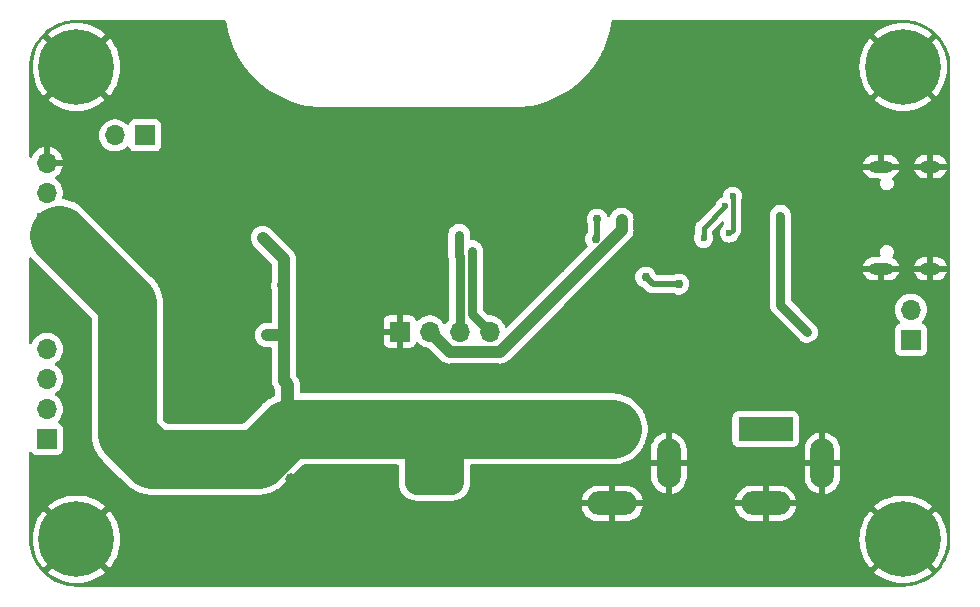
<source format=gbl>
%TF.GenerationSoftware,KiCad,Pcbnew,7.0.6-1.fc37*%
%TF.CreationDate,2023-08-13T21:26:50-07:00*%
%TF.ProjectId,iot_led_strip_pcb,696f745f-6c65-4645-9f73-747269705f70,rev?*%
%TF.SameCoordinates,Original*%
%TF.FileFunction,Copper,L2,Bot*%
%TF.FilePolarity,Positive*%
%FSLAX46Y46*%
G04 Gerber Fmt 4.6, Leading zero omitted, Abs format (unit mm)*
G04 Created by KiCad (PCBNEW 7.0.6-1.fc37) date 2023-08-13 21:26:50*
%MOMM*%
%LPD*%
G01*
G04 APERTURE LIST*
%TA.AperFunction,ComponentPad*%
%ADD10R,1.700000X1.700000*%
%TD*%
%TA.AperFunction,ComponentPad*%
%ADD11O,1.700000X1.700000*%
%TD*%
%TA.AperFunction,ComponentPad*%
%ADD12R,4.600000X2.000000*%
%TD*%
%TA.AperFunction,ComponentPad*%
%ADD13O,4.200000X2.000000*%
%TD*%
%TA.AperFunction,ComponentPad*%
%ADD14O,2.000000X4.200000*%
%TD*%
%TA.AperFunction,ComponentPad*%
%ADD15C,0.800000*%
%TD*%
%TA.AperFunction,ComponentPad*%
%ADD16C,6.400000*%
%TD*%
%TA.AperFunction,ComponentPad*%
%ADD17O,2.100000X1.000000*%
%TD*%
%TA.AperFunction,ComponentPad*%
%ADD18O,1.800000X1.000000*%
%TD*%
%TA.AperFunction,ViaPad*%
%ADD19C,1.000000*%
%TD*%
%TA.AperFunction,ViaPad*%
%ADD20C,0.700000*%
%TD*%
%TA.AperFunction,ViaPad*%
%ADD21C,0.762000*%
%TD*%
%TA.AperFunction,ViaPad*%
%ADD22C,0.600000*%
%TD*%
%TA.AperFunction,Conductor*%
%ADD23C,1.000000*%
%TD*%
%TA.AperFunction,Conductor*%
%ADD24C,0.800000*%
%TD*%
%TA.AperFunction,Conductor*%
%ADD25C,0.400000*%
%TD*%
%TA.AperFunction,Conductor*%
%ADD26C,0.500000*%
%TD*%
%TA.AperFunction,Conductor*%
%ADD27C,2.000000*%
%TD*%
%TA.AperFunction,Conductor*%
%ADD28C,5.000000*%
%TD*%
G04 APERTURE END LIST*
D10*
%TO.P,J4,1,Pin_1*%
%TO.N,/12VDC*%
X37500000Y-96500000D03*
D11*
%TO.P,J4,2,Pin_2*%
%TO.N,/LED_driver/LED_G_GND*%
X37500000Y-93960000D03*
%TO.P,J4,3,Pin_3*%
%TO.N,/LED_driver/LED_R_GND*%
X37500000Y-91420000D03*
%TO.P,J4,4,Pin_4*%
%TO.N,/LED_driver/LED_B_GND*%
X37500000Y-88880000D03*
%TD*%
D10*
%TO.P,JP4,1,A*%
%TO.N,Net-(JP3-A)*%
X45800000Y-70800000D03*
D11*
%TO.P,JP4,2,B*%
%TO.N,/LED_driver/Din*%
X43260000Y-70800000D03*
%TD*%
D10*
%TO.P,J5,1,Pin_1*%
%TO.N,Earth*%
X67360000Y-87400000D03*
D11*
%TO.P,J5,2,Pin_2*%
%TO.N,+3.3V*%
X69900000Y-87400000D03*
%TO.P,J5,3,Pin_3*%
%TO.N,/SDA*%
X72440000Y-87400000D03*
%TO.P,J5,4,Pin_4*%
%TO.N,/SCL*%
X74980000Y-87400000D03*
%TD*%
D12*
%TO.P,J3,1,1*%
%TO.N,+5V*%
X85350000Y-95650000D03*
D13*
%TO.P,J3,2,2*%
%TO.N,Earth*%
X85350000Y-101950000D03*
D14*
%TO.P,J3,3,3*%
X90150000Y-98550000D03*
%TD*%
D15*
%TO.P,H4,1,1*%
%TO.N,Earth*%
X107600000Y-105000000D03*
X108302944Y-103302944D03*
X108302944Y-106697056D03*
X110000000Y-102600000D03*
D16*
X110000000Y-105000000D03*
D15*
X110000000Y-107400000D03*
X111697056Y-103302944D03*
X111697056Y-106697056D03*
X112400000Y-105000000D03*
%TD*%
D10*
%TO.P,J7,1,Pin_1*%
%TO.N,+5V*%
X37500000Y-78200000D03*
D11*
%TO.P,J7,2,Pin_2*%
%TO.N,/LED_driver/Din*%
X37500000Y-75660000D03*
%TO.P,J7,3,Pin_3*%
%TO.N,Earth*%
X37500000Y-73120000D03*
%TD*%
D15*
%TO.P,H1,1,1*%
%TO.N,Earth*%
X37600000Y-65000000D03*
X38302944Y-63302944D03*
X38302944Y-66697056D03*
X40000000Y-62600000D03*
D16*
X40000000Y-65000000D03*
D15*
X40000000Y-67400000D03*
X41697056Y-63302944D03*
X41697056Y-66697056D03*
X42400000Y-65000000D03*
%TD*%
%TO.P,H3,1,1*%
%TO.N,Earth*%
X37600000Y-105000000D03*
X38302944Y-103302944D03*
X38302944Y-106697056D03*
X40000000Y-102600000D03*
D16*
X40000000Y-105000000D03*
D15*
X40000000Y-107400000D03*
X41697056Y-103302944D03*
X41697056Y-106697056D03*
X42400000Y-105000000D03*
%TD*%
%TO.P,H2,1,1*%
%TO.N,Earth*%
X107600000Y-65000000D03*
X108302944Y-63302944D03*
X108302944Y-66697056D03*
X110000000Y-62600000D03*
D16*
X110000000Y-65000000D03*
D15*
X110000000Y-67400000D03*
X111697056Y-63302944D03*
X111697056Y-66697056D03*
X112400000Y-65000000D03*
%TD*%
D10*
%TO.P,JP1,1,A*%
%TO.N,+5V*%
X110644881Y-88095117D03*
D11*
%TO.P,JP1,2,B*%
%TO.N,VBUS*%
X110644881Y-85555117D03*
%TD*%
D17*
%TO.P,J1,1,SHELL*%
%TO.N,Earth*%
X108120066Y-82070104D03*
%TO.P,J1,2,SHELL*%
X108120066Y-73430023D03*
D18*
%TO.P,J1,3,SHELL*%
X112300152Y-73430023D03*
%TO.P,J1,4,SHELL*%
X112300152Y-82070104D03*
%TD*%
D12*
%TO.P,J2,1,1*%
%TO.N,/12VDC*%
X98350000Y-95650000D03*
D13*
%TO.P,J2,2,2*%
%TO.N,Earth*%
X98350000Y-101950000D03*
D14*
%TO.P,J2,3,3*%
X103150000Y-98550000D03*
%TD*%
D19*
%TO.N,Earth*%
X52560000Y-94680000D03*
X70500000Y-104000000D03*
D20*
X67312500Y-90831250D03*
D21*
X81000000Y-82000000D03*
D19*
X51160000Y-94680000D03*
X58650000Y-103900000D03*
D20*
X70038750Y-90831250D03*
X84900000Y-72600000D03*
X89900000Y-69800000D03*
D19*
X52650000Y-79760000D03*
X80000000Y-89900000D03*
X49810000Y-93120000D03*
X58150000Y-99850000D03*
X82500000Y-89900000D03*
X59400000Y-105200000D03*
X72100000Y-105200000D03*
X51250000Y-79720000D03*
D20*
X84900000Y-73500000D03*
D19*
X51000000Y-87000000D03*
X60700000Y-105200000D03*
D20*
X53600000Y-85800000D03*
X70062500Y-92281250D03*
D19*
X49900000Y-85600000D03*
X108100000Y-89500000D03*
X52600000Y-87000000D03*
D20*
X89900000Y-70800000D03*
D19*
X70500000Y-102700000D03*
D21*
X74724500Y-82724500D03*
D19*
%TO.N,+3.3V*%
X86150000Y-77920000D03*
D22*
%TO.N,/SDA*%
X72400000Y-79200000D03*
%TO.N,/SCL*%
X73517400Y-80568253D03*
%TO.N,/USB_to_Serial/DTR*%
X95267500Y-79062500D03*
X95547000Y-75947000D03*
%TO.N,/USB_to_Serial/RTS*%
X94920000Y-76790000D03*
X93095000Y-79505000D03*
D21*
%TO.N,/GPIO0*%
X83966403Y-79566403D03*
X84100000Y-77900000D03*
X91000000Y-83400000D03*
X88200000Y-82800000D03*
D19*
%TO.N,+5V*%
X68800000Y-100200000D03*
X71800000Y-100200000D03*
X70200000Y-98900000D03*
D20*
X101867830Y-87432170D03*
D19*
X57800000Y-91800000D03*
D20*
X99600000Y-77600000D03*
D19*
X70200000Y-100200000D03*
X71800000Y-98900000D03*
X55780000Y-79480000D03*
D20*
X56100000Y-87700000D03*
D19*
X57500000Y-83500000D03*
%TD*%
D23*
%TO.N,+3.3V*%
X71600000Y-89100000D02*
X75858334Y-89100000D01*
X75858334Y-89100000D02*
X86150000Y-78808334D01*
X69900000Y-87400000D02*
X71600000Y-89100000D01*
D24*
X86150000Y-77850000D02*
X86150000Y-77920000D01*
D23*
X86150000Y-78808334D02*
X86150000Y-77920000D01*
D24*
%TO.N,/SDA*%
X72440000Y-81040000D02*
X72440000Y-87400000D01*
X72400000Y-79200000D02*
X72400000Y-81000000D01*
X72400000Y-81000000D02*
X72440000Y-81040000D01*
%TO.N,/SCL*%
X74980000Y-87400000D02*
X73500000Y-85920000D01*
X73517400Y-80568253D02*
X73498051Y-80548904D01*
X73517400Y-85317400D02*
X73517400Y-80582600D01*
X73517400Y-80582600D02*
X73517400Y-80568253D01*
X73500000Y-85920000D02*
X73500000Y-85334800D01*
X73500000Y-85334800D02*
X73517400Y-85317400D01*
D25*
%TO.N,/USB_to_Serial/DTR*%
X95547000Y-75947000D02*
X95547000Y-78778000D01*
X95547000Y-78778000D02*
X95262500Y-79062500D01*
%TO.N,/USB_to_Serial/RTS*%
X94920000Y-76790000D02*
X93095000Y-78615000D01*
X93095000Y-78615000D02*
X93095000Y-79505000D01*
D26*
%TO.N,/GPIO0*%
X84100000Y-79432806D02*
X84100000Y-77900000D01*
X88800000Y-83400000D02*
X88200000Y-82800000D01*
X83966403Y-79566403D02*
X84100000Y-79432806D01*
X91000000Y-83400000D02*
X88800000Y-83400000D01*
D23*
%TO.N,+5V*%
X57550000Y-83650000D02*
X57550000Y-85550000D01*
D27*
X68800000Y-100200000D02*
X71800000Y-100200000D01*
D23*
X57550000Y-83550000D02*
X57500000Y-83500000D01*
D27*
X71800000Y-98900000D02*
X71800000Y-95850000D01*
D28*
X44300000Y-85000000D02*
X38500000Y-79200000D01*
D27*
X68800000Y-95850000D02*
X68600000Y-95650000D01*
D28*
X57927754Y-95650000D02*
X55377754Y-98200000D01*
D24*
X99600000Y-85164340D02*
X101867830Y-87432170D01*
D28*
X55377754Y-98200000D02*
X46400000Y-98200000D01*
D23*
X56100000Y-87700000D02*
X57550000Y-87700000D01*
D27*
X68800000Y-100200000D02*
X68800000Y-95850000D01*
D23*
X57550000Y-91550000D02*
X57800000Y-91800000D01*
D27*
X70200000Y-97250000D02*
X68600000Y-95650000D01*
D23*
X57927754Y-91927754D02*
X57927754Y-95650000D01*
X57800000Y-95522246D02*
X57927754Y-95650000D01*
X57550000Y-87700000D02*
X57550000Y-91550000D01*
X57550000Y-83650000D02*
X57550000Y-83550000D01*
D24*
X99600000Y-77600000D02*
X99600000Y-85164340D01*
D28*
X68600000Y-95650000D02*
X57927754Y-95650000D01*
D23*
X57550000Y-91550000D02*
X57927754Y-91927754D01*
X55780000Y-79480000D02*
X57550000Y-81250000D01*
D28*
X85350000Y-95650000D02*
X72000000Y-95650000D01*
D23*
X57550000Y-83450000D02*
X57550000Y-81250000D01*
X57550000Y-85550000D02*
X57550000Y-87700000D01*
D27*
X71800000Y-95850000D02*
X72000000Y-95650000D01*
D23*
X55780000Y-79480000D02*
X55775000Y-79475000D01*
D27*
X71800000Y-100200000D02*
X71800000Y-98900000D01*
D28*
X72000000Y-95650000D02*
X68600000Y-95650000D01*
X44300000Y-96100000D02*
X44300000Y-85000000D01*
D23*
X57500000Y-83500000D02*
X57550000Y-83450000D01*
D27*
X70200000Y-98900000D02*
X70200000Y-97250000D01*
D28*
X46400000Y-98200000D02*
X44300000Y-96100000D01*
D23*
X57800000Y-91800000D02*
X57800000Y-95522246D01*
%TD*%
%TA.AperFunction,Conductor*%
%TO.N,Earth*%
G36*
X41873465Y-106514256D02*
G01*
X41794601Y-106461561D01*
X41721680Y-106447056D01*
X41672432Y-106447056D01*
X41599511Y-106461561D01*
X41516816Y-106516816D01*
X41461561Y-106599511D01*
X41442158Y-106697056D01*
X41461561Y-106794601D01*
X41514256Y-106873465D01*
X40940795Y-106300004D01*
X40943365Y-106298430D01*
X41134870Y-106134870D01*
X41298430Y-105943365D01*
X41300004Y-105940795D01*
X41873465Y-106514256D01*
G37*
%TD.AperFunction*%
%TA.AperFunction,Conductor*%
G36*
X38701570Y-105943365D02*
G01*
X38865130Y-106134870D01*
X39056635Y-106298430D01*
X39059203Y-106300004D01*
X38485745Y-106873461D01*
X38538439Y-106794601D01*
X38557842Y-106697056D01*
X38538439Y-106599511D01*
X38483184Y-106516816D01*
X38400489Y-106461561D01*
X38327568Y-106447056D01*
X38278320Y-106447056D01*
X38205399Y-106461561D01*
X38126529Y-106514259D01*
X38699994Y-105940794D01*
X38701570Y-105943365D01*
G37*
%TD.AperFunction*%
%TA.AperFunction,Conductor*%
G36*
X39059204Y-103699995D02*
G01*
X39056635Y-103701570D01*
X38865130Y-103865130D01*
X38701570Y-104056635D01*
X38699995Y-104059204D01*
X38126534Y-103485743D01*
X38205399Y-103538439D01*
X38278320Y-103552944D01*
X38327568Y-103552944D01*
X38400489Y-103538439D01*
X38483184Y-103483184D01*
X38538439Y-103400489D01*
X38557842Y-103302944D01*
X38538439Y-103205399D01*
X38485743Y-103126534D01*
X39059204Y-103699995D01*
G37*
%TD.AperFunction*%
%TA.AperFunction,Conductor*%
G36*
X41461561Y-103205399D02*
G01*
X41442158Y-103302944D01*
X41461561Y-103400489D01*
X41516816Y-103483184D01*
X41599511Y-103538439D01*
X41672432Y-103552944D01*
X41721680Y-103552944D01*
X41794601Y-103538439D01*
X41873460Y-103485746D01*
X41300004Y-104059203D01*
X41298430Y-104056635D01*
X41134870Y-103865130D01*
X40943365Y-103701570D01*
X40940795Y-103699995D01*
X41514259Y-103126530D01*
X41461561Y-103205399D01*
G37*
%TD.AperFunction*%
%TA.AperFunction,Conductor*%
G36*
X111873465Y-106514256D02*
G01*
X111794601Y-106461561D01*
X111721680Y-106447056D01*
X111672432Y-106447056D01*
X111599511Y-106461561D01*
X111516816Y-106516816D01*
X111461561Y-106599511D01*
X111442158Y-106697056D01*
X111461561Y-106794601D01*
X111514256Y-106873465D01*
X110940795Y-106300004D01*
X110943365Y-106298430D01*
X111134870Y-106134870D01*
X111298430Y-105943365D01*
X111300004Y-105940795D01*
X111873465Y-106514256D01*
G37*
%TD.AperFunction*%
%TA.AperFunction,Conductor*%
G36*
X108701570Y-105943365D02*
G01*
X108865130Y-106134870D01*
X109056635Y-106298430D01*
X109059203Y-106300004D01*
X108485745Y-106873461D01*
X108538439Y-106794601D01*
X108557842Y-106697056D01*
X108538439Y-106599511D01*
X108483184Y-106516816D01*
X108400489Y-106461561D01*
X108327568Y-106447056D01*
X108278320Y-106447056D01*
X108205399Y-106461561D01*
X108126529Y-106514259D01*
X108699994Y-105940794D01*
X108701570Y-105943365D01*
G37*
%TD.AperFunction*%
%TA.AperFunction,Conductor*%
G36*
X109059204Y-103699995D02*
G01*
X109056635Y-103701570D01*
X108865130Y-103865130D01*
X108701570Y-104056635D01*
X108699995Y-104059204D01*
X108126535Y-103485744D01*
X108205399Y-103538439D01*
X108278320Y-103552944D01*
X108327568Y-103552944D01*
X108400489Y-103538439D01*
X108483184Y-103483184D01*
X108538439Y-103400489D01*
X108557842Y-103302944D01*
X108538439Y-103205399D01*
X108485743Y-103126534D01*
X109059204Y-103699995D01*
G37*
%TD.AperFunction*%
%TA.AperFunction,Conductor*%
G36*
X111461561Y-103205399D02*
G01*
X111442158Y-103302944D01*
X111461561Y-103400489D01*
X111516816Y-103483184D01*
X111599511Y-103538439D01*
X111672432Y-103552944D01*
X111721680Y-103552944D01*
X111794601Y-103538439D01*
X111873460Y-103485746D01*
X111300004Y-104059203D01*
X111298430Y-104056635D01*
X111134870Y-103865130D01*
X110943365Y-103701570D01*
X110940795Y-103699995D01*
X111514259Y-103126530D01*
X111461561Y-103205399D01*
G37*
%TD.AperFunction*%
%TA.AperFunction,Conductor*%
G36*
X41873465Y-66514256D02*
G01*
X41794601Y-66461561D01*
X41721680Y-66447056D01*
X41672432Y-66447056D01*
X41599511Y-66461561D01*
X41516816Y-66516816D01*
X41461561Y-66599511D01*
X41442158Y-66697056D01*
X41461561Y-66794601D01*
X41514256Y-66873465D01*
X40940795Y-66300004D01*
X40943365Y-66298430D01*
X41134870Y-66134870D01*
X41298430Y-65943365D01*
X41300004Y-65940795D01*
X41873465Y-66514256D01*
G37*
%TD.AperFunction*%
%TA.AperFunction,Conductor*%
G36*
X38701570Y-65943365D02*
G01*
X38865130Y-66134870D01*
X39056635Y-66298430D01*
X39059203Y-66300004D01*
X38485745Y-66873461D01*
X38538439Y-66794601D01*
X38557842Y-66697056D01*
X38538439Y-66599511D01*
X38483184Y-66516816D01*
X38400489Y-66461561D01*
X38327568Y-66447056D01*
X38278320Y-66447056D01*
X38205399Y-66461561D01*
X38126529Y-66514259D01*
X38699994Y-65940794D01*
X38701570Y-65943365D01*
G37*
%TD.AperFunction*%
%TA.AperFunction,Conductor*%
G36*
X39059204Y-63699995D02*
G01*
X39056635Y-63701570D01*
X38865130Y-63865130D01*
X38701570Y-64056635D01*
X38699995Y-64059204D01*
X38126534Y-63485743D01*
X38205399Y-63538439D01*
X38278320Y-63552944D01*
X38327568Y-63552944D01*
X38400489Y-63538439D01*
X38483184Y-63483184D01*
X38538439Y-63400489D01*
X38557842Y-63302944D01*
X38538439Y-63205399D01*
X38485742Y-63126533D01*
X39059204Y-63699995D01*
G37*
%TD.AperFunction*%
%TA.AperFunction,Conductor*%
G36*
X41461561Y-63205399D02*
G01*
X41442158Y-63302944D01*
X41461561Y-63400489D01*
X41516816Y-63483184D01*
X41599511Y-63538439D01*
X41672432Y-63552944D01*
X41721680Y-63552944D01*
X41794601Y-63538439D01*
X41873460Y-63485746D01*
X41300004Y-64059203D01*
X41298430Y-64056635D01*
X41134870Y-63865130D01*
X40943365Y-63701570D01*
X40940794Y-63699994D01*
X41514259Y-63126529D01*
X41461561Y-63205399D01*
G37*
%TD.AperFunction*%
%TA.AperFunction,Conductor*%
G36*
X111873466Y-66514257D02*
G01*
X111794601Y-66461561D01*
X111721680Y-66447056D01*
X111672432Y-66447056D01*
X111599511Y-66461561D01*
X111516816Y-66516816D01*
X111461561Y-66599511D01*
X111442158Y-66697056D01*
X111461561Y-66794601D01*
X111514256Y-66873465D01*
X110940795Y-66300004D01*
X110943365Y-66298430D01*
X111134870Y-66134870D01*
X111298430Y-65943365D01*
X111300004Y-65940795D01*
X111873466Y-66514257D01*
G37*
%TD.AperFunction*%
%TA.AperFunction,Conductor*%
G36*
X108701570Y-65943365D02*
G01*
X108865130Y-66134870D01*
X109056635Y-66298430D01*
X109059203Y-66300004D01*
X108485745Y-66873461D01*
X108538439Y-66794601D01*
X108557842Y-66697056D01*
X108538439Y-66599511D01*
X108483184Y-66516816D01*
X108400489Y-66461561D01*
X108327568Y-66447056D01*
X108278320Y-66447056D01*
X108205399Y-66461561D01*
X108126529Y-66514259D01*
X108699994Y-65940794D01*
X108701570Y-65943365D01*
G37*
%TD.AperFunction*%
%TA.AperFunction,Conductor*%
G36*
X109059204Y-63699995D02*
G01*
X109056635Y-63701570D01*
X108865130Y-63865130D01*
X108701570Y-64056635D01*
X108699995Y-64059204D01*
X108126535Y-63485744D01*
X108205399Y-63538439D01*
X108278320Y-63552944D01*
X108327568Y-63552944D01*
X108400489Y-63538439D01*
X108483184Y-63483184D01*
X108538439Y-63400489D01*
X108557842Y-63302944D01*
X108538439Y-63205399D01*
X108485742Y-63126533D01*
X109059204Y-63699995D01*
G37*
%TD.AperFunction*%
%TA.AperFunction,Conductor*%
G36*
X111461561Y-63205399D02*
G01*
X111442158Y-63302944D01*
X111461561Y-63400489D01*
X111516816Y-63483184D01*
X111599511Y-63538439D01*
X111672432Y-63552944D01*
X111721680Y-63552944D01*
X111794601Y-63538439D01*
X111873460Y-63485746D01*
X111300004Y-64059203D01*
X111298430Y-64056635D01*
X111134870Y-63865130D01*
X110943365Y-63701570D01*
X110940794Y-63699994D01*
X111514259Y-63126529D01*
X111461561Y-63205399D01*
G37*
%TD.AperFunction*%
%TA.AperFunction,Conductor*%
G36*
X52616353Y-61020502D02*
G01*
X52662846Y-61074158D01*
X52673154Y-61110054D01*
X52707262Y-61369131D01*
X52707263Y-61369136D01*
X52717621Y-61421211D01*
X52814561Y-61908564D01*
X52814563Y-61908572D01*
X52814564Y-61908576D01*
X52838002Y-61996047D01*
X52956916Y-62439843D01*
X53133713Y-62960668D01*
X53133713Y-62960667D01*
X53344189Y-63468801D01*
X53559537Y-63905485D01*
X53587452Y-63962090D01*
X53862456Y-64438410D01*
X54168024Y-64895725D01*
X54246926Y-64998553D01*
X54502843Y-65332071D01*
X54502847Y-65332076D01*
X54865492Y-65745593D01*
X55254407Y-66134508D01*
X55667924Y-66497153D01*
X56104275Y-66831976D01*
X56561590Y-67137544D01*
X57037910Y-67412548D01*
X57037915Y-67412550D01*
X57037916Y-67412551D01*
X57531199Y-67655811D01*
X58039333Y-67866287D01*
X58039332Y-67866287D01*
X58039338Y-67866289D01*
X58560157Y-68043084D01*
X59091424Y-68185436D01*
X59091427Y-68185436D01*
X59091436Y-68185439D01*
X59501470Y-68266999D01*
X59630864Y-68292737D01*
X59630866Y-68292737D01*
X59630870Y-68292738D01*
X59630869Y-68292738D01*
X59827689Y-68318649D01*
X60176166Y-68364528D01*
X60724996Y-68400500D01*
X60724998Y-68400500D01*
X77275002Y-68400500D01*
X77275004Y-68400500D01*
X77823834Y-68364528D01*
X78172310Y-68318649D01*
X78369131Y-68292738D01*
X78369130Y-68292738D01*
X78369133Y-68292737D01*
X78369136Y-68292737D01*
X78498529Y-68266999D01*
X78908564Y-68185439D01*
X78908572Y-68185436D01*
X78908576Y-68185436D01*
X79439843Y-68043084D01*
X79960662Y-67866289D01*
X79960661Y-67866289D01*
X79960668Y-67866287D01*
X79960667Y-67866287D01*
X80468801Y-67655811D01*
X80962084Y-67412551D01*
X80962084Y-67412550D01*
X80962090Y-67412548D01*
X81438410Y-67137544D01*
X81895725Y-66831976D01*
X82332076Y-66497153D01*
X82745593Y-66134508D01*
X83134508Y-65745593D01*
X83497153Y-65332076D01*
X83751959Y-65000006D01*
X106286911Y-65000006D01*
X106307250Y-65388114D01*
X106368051Y-65771995D01*
X106468644Y-66147414D01*
X106607919Y-66510239D01*
X106607923Y-66510247D01*
X106784365Y-66856535D01*
X106784369Y-66856541D01*
X106996042Y-67182491D01*
X106996054Y-67182508D01*
X107202876Y-67437911D01*
X107202877Y-67437912D01*
X108120147Y-66520641D01*
X108067449Y-66599511D01*
X108048046Y-66697056D01*
X108067449Y-66794601D01*
X108122704Y-66877296D01*
X108205399Y-66932551D01*
X108278320Y-66947056D01*
X108327568Y-66947056D01*
X108400489Y-66932551D01*
X108479349Y-66879857D01*
X107562086Y-67797121D01*
X107562087Y-67797122D01*
X107817491Y-68003945D01*
X107817508Y-68003957D01*
X108143458Y-68215630D01*
X108143464Y-68215634D01*
X108489752Y-68392076D01*
X108489760Y-68392080D01*
X108852585Y-68531355D01*
X109228004Y-68631948D01*
X109611885Y-68692749D01*
X109999994Y-68713089D01*
X110000006Y-68713089D01*
X110388114Y-68692749D01*
X110771995Y-68631948D01*
X111147414Y-68531355D01*
X111510239Y-68392080D01*
X111510247Y-68392076D01*
X111856535Y-68215634D01*
X111856541Y-68215630D01*
X112182501Y-68003950D01*
X112437912Y-67797121D01*
X111520646Y-66879855D01*
X111599511Y-66932551D01*
X111672432Y-66947056D01*
X111721680Y-66947056D01*
X111794601Y-66932551D01*
X111877296Y-66877296D01*
X111932551Y-66794601D01*
X111951954Y-66697056D01*
X111932551Y-66599511D01*
X111879854Y-66520645D01*
X112797121Y-67437912D01*
X113003950Y-67182501D01*
X113215630Y-66856541D01*
X113215634Y-66856535D01*
X113392076Y-66510247D01*
X113392080Y-66510239D01*
X113531355Y-66147414D01*
X113631948Y-65771995D01*
X113692749Y-65388114D01*
X113713089Y-65000006D01*
X113713089Y-64999993D01*
X113692749Y-64611885D01*
X113631948Y-64228004D01*
X113531355Y-63852585D01*
X113392080Y-63489760D01*
X113392076Y-63489752D01*
X113215628Y-63143455D01*
X113003957Y-62817508D01*
X113003945Y-62817491D01*
X112797122Y-62562087D01*
X112797121Y-62562086D01*
X111879858Y-63479348D01*
X111932551Y-63400489D01*
X111951954Y-63302944D01*
X111932551Y-63205399D01*
X111877296Y-63122704D01*
X111794601Y-63067449D01*
X111721680Y-63052944D01*
X111672432Y-63052944D01*
X111599511Y-63067449D01*
X111520641Y-63120147D01*
X112437912Y-62202877D01*
X112437911Y-62202876D01*
X112182508Y-61996054D01*
X112182491Y-61996042D01*
X111856541Y-61784369D01*
X111856535Y-61784365D01*
X111510247Y-61607923D01*
X111510239Y-61607919D01*
X111147414Y-61468644D01*
X110771995Y-61368051D01*
X110388114Y-61307250D01*
X110000006Y-61286911D01*
X109999994Y-61286911D01*
X109611885Y-61307250D01*
X109228004Y-61368051D01*
X108852585Y-61468644D01*
X108489760Y-61607919D01*
X108489752Y-61607923D01*
X108143455Y-61784371D01*
X107817502Y-61996047D01*
X107562086Y-62202877D01*
X108479354Y-63120145D01*
X108400489Y-63067449D01*
X108327568Y-63052944D01*
X108278320Y-63052944D01*
X108205399Y-63067449D01*
X108122704Y-63122704D01*
X108067449Y-63205399D01*
X108048046Y-63302944D01*
X108067449Y-63400489D01*
X108120143Y-63479352D01*
X107202877Y-62562086D01*
X106996047Y-62817502D01*
X106784371Y-63143455D01*
X106607923Y-63489752D01*
X106607919Y-63489760D01*
X106468644Y-63852585D01*
X106368051Y-64228004D01*
X106307250Y-64611885D01*
X106286911Y-64999993D01*
X106286911Y-65000006D01*
X83751959Y-65000006D01*
X83831976Y-64895725D01*
X84137544Y-64438410D01*
X84412548Y-63962090D01*
X84440463Y-63905485D01*
X84655811Y-63468801D01*
X84866287Y-62960668D01*
X85043084Y-62439843D01*
X85161998Y-61996047D01*
X85185436Y-61908576D01*
X85185436Y-61908572D01*
X85185439Y-61908564D01*
X85282379Y-61421211D01*
X85292737Y-61369136D01*
X85292738Y-61369131D01*
X85326846Y-61110054D01*
X85355568Y-61045127D01*
X85414834Y-61006035D01*
X85451768Y-61000500D01*
X109907290Y-61000500D01*
X109998534Y-61000500D01*
X110001444Y-61000567D01*
X110366116Y-61017427D01*
X110371913Y-61017964D01*
X110480074Y-61033051D01*
X110732044Y-61068199D01*
X110737722Y-61069261D01*
X111091693Y-61152514D01*
X111097277Y-61154104D01*
X111204451Y-61190024D01*
X111442033Y-61269654D01*
X111447437Y-61271747D01*
X111780071Y-61418619D01*
X111785266Y-61421206D01*
X112102923Y-61598141D01*
X112107867Y-61601203D01*
X112199145Y-61663729D01*
X112407850Y-61806695D01*
X112412469Y-61810183D01*
X112504116Y-61886286D01*
X112692210Y-62042478D01*
X112696501Y-62046389D01*
X112953609Y-62303497D01*
X112957521Y-62307789D01*
X112992573Y-62350000D01*
X113189813Y-62587527D01*
X113193307Y-62592153D01*
X113265502Y-62697545D01*
X113398796Y-62892132D01*
X113401861Y-62897081D01*
X113437279Y-62960668D01*
X113573594Y-63205399D01*
X113578788Y-63214723D01*
X113581383Y-63219935D01*
X113728246Y-63552548D01*
X113730349Y-63557977D01*
X113845895Y-63902722D01*
X113847489Y-63908321D01*
X113930733Y-64262252D01*
X113931803Y-64267975D01*
X113982035Y-64628086D01*
X113982572Y-64633883D01*
X113999433Y-64998553D01*
X113999500Y-65001464D01*
X113999500Y-104998534D01*
X113999433Y-105001445D01*
X113982572Y-105366116D01*
X113982035Y-105371913D01*
X113931803Y-105732024D01*
X113930733Y-105737747D01*
X113847489Y-106091678D01*
X113845895Y-106097277D01*
X113730349Y-106442022D01*
X113728246Y-106447451D01*
X113581383Y-106780064D01*
X113578788Y-106785276D01*
X113401861Y-107102918D01*
X113398796Y-107107867D01*
X113265502Y-107302455D01*
X113198683Y-107400000D01*
X113193317Y-107407833D01*
X113189808Y-107412479D01*
X112957521Y-107692210D01*
X112953599Y-107696513D01*
X112696513Y-107953599D01*
X112692210Y-107957521D01*
X112412479Y-108189808D01*
X112407833Y-108193317D01*
X112107867Y-108398796D01*
X112102918Y-108401861D01*
X111785276Y-108578788D01*
X111780064Y-108581383D01*
X111447451Y-108728246D01*
X111442022Y-108730349D01*
X111097277Y-108845895D01*
X111091678Y-108847489D01*
X110891387Y-108894597D01*
X110737742Y-108930733D01*
X110732024Y-108931803D01*
X110371913Y-108982035D01*
X110366116Y-108982572D01*
X110001445Y-108999433D01*
X109998534Y-108999500D01*
X40001466Y-108999500D01*
X39998555Y-108999433D01*
X39633883Y-108982572D01*
X39628086Y-108982035D01*
X39298176Y-108936015D01*
X39267972Y-108931802D01*
X39262260Y-108930734D01*
X38908321Y-108847489D01*
X38902722Y-108845895D01*
X38557977Y-108730349D01*
X38552548Y-108728246D01*
X38219935Y-108581383D01*
X38214723Y-108578788D01*
X37897081Y-108401861D01*
X37892132Y-108398796D01*
X37742148Y-108296056D01*
X37592153Y-108193307D01*
X37587527Y-108189813D01*
X37363709Y-108003957D01*
X37307789Y-107957521D01*
X37303497Y-107953609D01*
X37046389Y-107696501D01*
X37042478Y-107692210D01*
X36924949Y-107550676D01*
X36810183Y-107412469D01*
X36806695Y-107407850D01*
X36630064Y-107150000D01*
X36601203Y-107107867D01*
X36598138Y-107102918D01*
X36511323Y-106947056D01*
X36421206Y-106785266D01*
X36418616Y-106780064D01*
X36271747Y-106447437D01*
X36269654Y-106442033D01*
X36154104Y-106097277D01*
X36152514Y-106091693D01*
X36069261Y-105737722D01*
X36068199Y-105732044D01*
X36017964Y-105371913D01*
X36017427Y-105366116D01*
X36000567Y-105001444D01*
X36000534Y-105000006D01*
X36286911Y-105000006D01*
X36307250Y-105388114D01*
X36368051Y-105771995D01*
X36468644Y-106147414D01*
X36607919Y-106510239D01*
X36607923Y-106510247D01*
X36784365Y-106856535D01*
X36784369Y-106856541D01*
X36996042Y-107182491D01*
X36996054Y-107182508D01*
X37202876Y-107437911D01*
X37202877Y-107437912D01*
X38120147Y-106520641D01*
X38067449Y-106599511D01*
X38048046Y-106697056D01*
X38067449Y-106794601D01*
X38122704Y-106877296D01*
X38205399Y-106932551D01*
X38278320Y-106947056D01*
X38327568Y-106947056D01*
X38400489Y-106932551D01*
X38479349Y-106879857D01*
X37562086Y-107797121D01*
X37562087Y-107797122D01*
X37817491Y-108003945D01*
X37817508Y-108003957D01*
X38143458Y-108215630D01*
X38143464Y-108215634D01*
X38489752Y-108392076D01*
X38489760Y-108392080D01*
X38852585Y-108531355D01*
X39228004Y-108631948D01*
X39611885Y-108692749D01*
X39999994Y-108713089D01*
X40000006Y-108713089D01*
X40388114Y-108692749D01*
X40771995Y-108631948D01*
X41147414Y-108531355D01*
X41510239Y-108392080D01*
X41510247Y-108392076D01*
X41856535Y-108215634D01*
X41856541Y-108215630D01*
X42182501Y-108003950D01*
X42437912Y-107797121D01*
X41520646Y-106879855D01*
X41599511Y-106932551D01*
X41672432Y-106947056D01*
X41721680Y-106947056D01*
X41794601Y-106932551D01*
X41877296Y-106877296D01*
X41932551Y-106794601D01*
X41951954Y-106697056D01*
X41932551Y-106599511D01*
X41879855Y-106520646D01*
X42797121Y-107437912D01*
X43003950Y-107182501D01*
X43215630Y-106856541D01*
X43215634Y-106856535D01*
X43392076Y-106510247D01*
X43392080Y-106510239D01*
X43531355Y-106147414D01*
X43631948Y-105771995D01*
X43692749Y-105388114D01*
X43713089Y-105000006D01*
X106286911Y-105000006D01*
X106307250Y-105388114D01*
X106368051Y-105771995D01*
X106468644Y-106147414D01*
X106607919Y-106510239D01*
X106607923Y-106510247D01*
X106784365Y-106856535D01*
X106784369Y-106856541D01*
X106996042Y-107182491D01*
X106996054Y-107182508D01*
X107202876Y-107437911D01*
X107202877Y-107437912D01*
X108120147Y-106520641D01*
X108067449Y-106599511D01*
X108048046Y-106697056D01*
X108067449Y-106794601D01*
X108122704Y-106877296D01*
X108205399Y-106932551D01*
X108278320Y-106947056D01*
X108327568Y-106947056D01*
X108400489Y-106932551D01*
X108479349Y-106879857D01*
X107562086Y-107797121D01*
X107562087Y-107797122D01*
X107817491Y-108003945D01*
X107817508Y-108003957D01*
X108143458Y-108215630D01*
X108143464Y-108215634D01*
X108489752Y-108392076D01*
X108489760Y-108392080D01*
X108852585Y-108531355D01*
X109228004Y-108631948D01*
X109611885Y-108692749D01*
X109999994Y-108713089D01*
X110000006Y-108713089D01*
X110388114Y-108692749D01*
X110771995Y-108631948D01*
X111147414Y-108531355D01*
X111510239Y-108392080D01*
X111510247Y-108392076D01*
X111856535Y-108215634D01*
X111856541Y-108215630D01*
X112182501Y-108003950D01*
X112437912Y-107797121D01*
X111520646Y-106879855D01*
X111599511Y-106932551D01*
X111672432Y-106947056D01*
X111721680Y-106947056D01*
X111794601Y-106932551D01*
X111877296Y-106877296D01*
X111932551Y-106794601D01*
X111951954Y-106697056D01*
X111932551Y-106599511D01*
X111879855Y-106520646D01*
X112797121Y-107437912D01*
X113003950Y-107182501D01*
X113215630Y-106856541D01*
X113215634Y-106856535D01*
X113392076Y-106510247D01*
X113392080Y-106510239D01*
X113531355Y-106147414D01*
X113631948Y-105771995D01*
X113692749Y-105388114D01*
X113713089Y-105000006D01*
X113713089Y-104999993D01*
X113692749Y-104611885D01*
X113631948Y-104228004D01*
X113531355Y-103852585D01*
X113392080Y-103489760D01*
X113392076Y-103489752D01*
X113215628Y-103143455D01*
X113003957Y-102817508D01*
X113003945Y-102817491D01*
X112797122Y-102562087D01*
X112797121Y-102562086D01*
X111879858Y-103479348D01*
X111932551Y-103400489D01*
X111951954Y-103302944D01*
X111932551Y-103205399D01*
X111877296Y-103122704D01*
X111794601Y-103067449D01*
X111721680Y-103052944D01*
X111672432Y-103052944D01*
X111599511Y-103067449D01*
X111520642Y-103120147D01*
X112437912Y-102202877D01*
X112437911Y-102202876D01*
X112182508Y-101996054D01*
X112182491Y-101996042D01*
X111856541Y-101784369D01*
X111856535Y-101784365D01*
X111510247Y-101607923D01*
X111510239Y-101607919D01*
X111147414Y-101468644D01*
X110771995Y-101368051D01*
X110388114Y-101307250D01*
X110000006Y-101286911D01*
X109999994Y-101286911D01*
X109611885Y-101307250D01*
X109228004Y-101368051D01*
X108852585Y-101468644D01*
X108489760Y-101607919D01*
X108489752Y-101607923D01*
X108143455Y-101784371D01*
X107817502Y-101996047D01*
X107562086Y-102202877D01*
X108479353Y-103120144D01*
X108400489Y-103067449D01*
X108327568Y-103052944D01*
X108278320Y-103052944D01*
X108205399Y-103067449D01*
X108122704Y-103122704D01*
X108067449Y-103205399D01*
X108048046Y-103302944D01*
X108067449Y-103400489D01*
X108120143Y-103479352D01*
X107202877Y-102562086D01*
X106996047Y-102817502D01*
X106784371Y-103143455D01*
X106607923Y-103489752D01*
X106607919Y-103489760D01*
X106468644Y-103852585D01*
X106368051Y-104228004D01*
X106307250Y-104611885D01*
X106286911Y-104999993D01*
X106286911Y-105000006D01*
X43713089Y-105000006D01*
X43713089Y-104999993D01*
X43692749Y-104611885D01*
X43631948Y-104228004D01*
X43531355Y-103852585D01*
X43392080Y-103489760D01*
X43392076Y-103489752D01*
X43215628Y-103143455D01*
X43003957Y-102817508D01*
X43003945Y-102817491D01*
X42797122Y-102562087D01*
X42797121Y-102562086D01*
X41879858Y-103479348D01*
X41932551Y-103400489D01*
X41951954Y-103302944D01*
X41932551Y-103205399D01*
X41877296Y-103122704D01*
X41794601Y-103067449D01*
X41721680Y-103052944D01*
X41672432Y-103052944D01*
X41599511Y-103067449D01*
X41520642Y-103120147D01*
X42436789Y-102204000D01*
X82761765Y-102204000D01*
X82767668Y-102252617D01*
X82767670Y-102252626D01*
X82835405Y-102486477D01*
X82939783Y-102706450D01*
X83078098Y-102906832D01*
X83246757Y-103082424D01*
X83441405Y-103228694D01*
X83656995Y-103341843D01*
X83887941Y-103418944D01*
X83887949Y-103418946D01*
X84128251Y-103457998D01*
X84128266Y-103458000D01*
X85096000Y-103458000D01*
X85096000Y-102450000D01*
X85604000Y-102450000D01*
X85604000Y-103458000D01*
X86510775Y-103458000D01*
X86692682Y-103443314D01*
X86929090Y-103385045D01*
X87153080Y-103289612D01*
X87358870Y-103159479D01*
X87358871Y-103159478D01*
X87541106Y-102998032D01*
X87541115Y-102998022D01*
X87695091Y-102809436D01*
X87816834Y-102598573D01*
X87816836Y-102598570D01*
X87903172Y-102370920D01*
X87937250Y-102204000D01*
X95761765Y-102204000D01*
X95767668Y-102252617D01*
X95767670Y-102252626D01*
X95835405Y-102486477D01*
X95939783Y-102706450D01*
X96078098Y-102906832D01*
X96246757Y-103082424D01*
X96441405Y-103228694D01*
X96656995Y-103341843D01*
X96887941Y-103418944D01*
X96887949Y-103418946D01*
X97128251Y-103457998D01*
X97128266Y-103458000D01*
X98096000Y-103458000D01*
X98096000Y-102450000D01*
X98604000Y-102450000D01*
X98604000Y-103458000D01*
X99510775Y-103458000D01*
X99692682Y-103443314D01*
X99929090Y-103385045D01*
X100153080Y-103289612D01*
X100358870Y-103159479D01*
X100358871Y-103159478D01*
X100541106Y-102998032D01*
X100541115Y-102998022D01*
X100695091Y-102809436D01*
X100816834Y-102598573D01*
X100816836Y-102598570D01*
X100903172Y-102370920D01*
X100937250Y-102204000D01*
X99881116Y-102204000D01*
X99909493Y-102159844D01*
X99950000Y-102021889D01*
X99950000Y-101878111D01*
X99909493Y-101740156D01*
X99881116Y-101696000D01*
X100938234Y-101696000D01*
X100938234Y-101695999D01*
X100932331Y-101647382D01*
X100932329Y-101647373D01*
X100864594Y-101413522D01*
X100760216Y-101193549D01*
X100621901Y-100993167D01*
X100453242Y-100817575D01*
X100258594Y-100671305D01*
X100043004Y-100558156D01*
X99812058Y-100481055D01*
X99812050Y-100481053D01*
X99571748Y-100442001D01*
X99571734Y-100442000D01*
X98604000Y-100442000D01*
X98604000Y-101450000D01*
X98096000Y-101450000D01*
X98096000Y-100442000D01*
X97189225Y-100442000D01*
X97007317Y-100456685D01*
X96770909Y-100514954D01*
X96546919Y-100610387D01*
X96341129Y-100740520D01*
X96341128Y-100740521D01*
X96158893Y-100901967D01*
X96158884Y-100901977D01*
X96004908Y-101090563D01*
X95883165Y-101301426D01*
X95883163Y-101301429D01*
X95796827Y-101529079D01*
X95762749Y-101696000D01*
X96818884Y-101696000D01*
X96790507Y-101740156D01*
X96750000Y-101878111D01*
X96750000Y-102021889D01*
X96790507Y-102159844D01*
X96818884Y-102204000D01*
X95761765Y-102204000D01*
X87937250Y-102204000D01*
X86881116Y-102204000D01*
X86909493Y-102159844D01*
X86950000Y-102021889D01*
X86950000Y-101878111D01*
X86909493Y-101740156D01*
X86881116Y-101696000D01*
X87938234Y-101696000D01*
X87938234Y-101695999D01*
X87932331Y-101647382D01*
X87932329Y-101647373D01*
X87864594Y-101413522D01*
X87760216Y-101193549D01*
X87621901Y-100993167D01*
X87453242Y-100817575D01*
X87258594Y-100671305D01*
X87043004Y-100558156D01*
X86812058Y-100481055D01*
X86812050Y-100481053D01*
X86571748Y-100442001D01*
X86571734Y-100442000D01*
X85604000Y-100442000D01*
X85604000Y-101450000D01*
X85096000Y-101450000D01*
X85096000Y-100442000D01*
X84189225Y-100442000D01*
X84007317Y-100456685D01*
X83770909Y-100514954D01*
X83546919Y-100610387D01*
X83341129Y-100740520D01*
X83341128Y-100740521D01*
X83158893Y-100901967D01*
X83158884Y-100901977D01*
X83004908Y-101090563D01*
X82883165Y-101301426D01*
X82883163Y-101301429D01*
X82796827Y-101529079D01*
X82762749Y-101696000D01*
X83818884Y-101696000D01*
X83790507Y-101740156D01*
X83750000Y-101878111D01*
X83750000Y-102021889D01*
X83790507Y-102159844D01*
X83818884Y-102204000D01*
X82761765Y-102204000D01*
X42436789Y-102204000D01*
X42437912Y-102202877D01*
X42437911Y-102202876D01*
X42182508Y-101996054D01*
X42182491Y-101996042D01*
X41856541Y-101784369D01*
X41856535Y-101784365D01*
X41510247Y-101607923D01*
X41510239Y-101607919D01*
X41147414Y-101468644D01*
X40771995Y-101368051D01*
X40388114Y-101307250D01*
X40000006Y-101286911D01*
X39999994Y-101286911D01*
X39611885Y-101307250D01*
X39228004Y-101368051D01*
X38852585Y-101468644D01*
X38489760Y-101607919D01*
X38489752Y-101607923D01*
X38143455Y-101784371D01*
X37817502Y-101996047D01*
X37562086Y-102202877D01*
X38479353Y-103120144D01*
X38400489Y-103067449D01*
X38327568Y-103052944D01*
X38278320Y-103052944D01*
X38205399Y-103067449D01*
X38122704Y-103122704D01*
X38067449Y-103205399D01*
X38048046Y-103302944D01*
X38067449Y-103400489D01*
X38120144Y-103479353D01*
X37202877Y-102562086D01*
X36996047Y-102817502D01*
X36784371Y-103143455D01*
X36607923Y-103489752D01*
X36607919Y-103489760D01*
X36468644Y-103852585D01*
X36368051Y-104228004D01*
X36307250Y-104611885D01*
X36286911Y-104999993D01*
X36286911Y-105000006D01*
X36000534Y-105000006D01*
X36000500Y-104998534D01*
X36000500Y-97709460D01*
X36020502Y-97641339D01*
X36074158Y-97594846D01*
X36144432Y-97584742D01*
X36209012Y-97614236D01*
X36227368Y-97633951D01*
X36286738Y-97713261D01*
X36403792Y-97800887D01*
X36403794Y-97800888D01*
X36403796Y-97800889D01*
X36462875Y-97822924D01*
X36540795Y-97851988D01*
X36540803Y-97851990D01*
X36601350Y-97858499D01*
X36601355Y-97858499D01*
X36601362Y-97858500D01*
X36601368Y-97858500D01*
X38398632Y-97858500D01*
X38398638Y-97858500D01*
X38398645Y-97858499D01*
X38398649Y-97858499D01*
X38459196Y-97851990D01*
X38459199Y-97851989D01*
X38459201Y-97851989D01*
X38596204Y-97800889D01*
X38656149Y-97756015D01*
X38713261Y-97713261D01*
X38800887Y-97596207D01*
X38800887Y-97596206D01*
X38800889Y-97596204D01*
X38851989Y-97459201D01*
X38852710Y-97452501D01*
X38858499Y-97398649D01*
X38858500Y-97398632D01*
X38858500Y-95601367D01*
X38858499Y-95601350D01*
X38851990Y-95540803D01*
X38851988Y-95540795D01*
X38822924Y-95462875D01*
X38800889Y-95403796D01*
X38800888Y-95403794D01*
X38800887Y-95403792D01*
X38713261Y-95286738D01*
X38596207Y-95199112D01*
X38596203Y-95199110D01*
X38481192Y-95156213D01*
X38424356Y-95113667D01*
X38399546Y-95047146D01*
X38414638Y-94977772D01*
X38432525Y-94952820D01*
X38575714Y-94797277D01*
X38575724Y-94797265D01*
X38583290Y-94785684D01*
X38698860Y-94608791D01*
X38789296Y-94402616D01*
X38844564Y-94184368D01*
X38863156Y-93960000D01*
X38844564Y-93735632D01*
X38813624Y-93613451D01*
X38789297Y-93517387D01*
X38789296Y-93517386D01*
X38789296Y-93517384D01*
X38698860Y-93311209D01*
X38633184Y-93210684D01*
X38575724Y-93122734D01*
X38575720Y-93122729D01*
X38423237Y-92957091D01*
X38281515Y-92846784D01*
X38245576Y-92818811D01*
X38244347Y-92818146D01*
X38212320Y-92800814D01*
X38161929Y-92750802D01*
X38146576Y-92681485D01*
X38171136Y-92614872D01*
X38212320Y-92579186D01*
X38245576Y-92561189D01*
X38423240Y-92422906D01*
X38575722Y-92257268D01*
X38698860Y-92068791D01*
X38789296Y-91862616D01*
X38844564Y-91644368D01*
X38863156Y-91420000D01*
X38844564Y-91195632D01*
X38789296Y-90977384D01*
X38698860Y-90771209D01*
X38692140Y-90760924D01*
X38575724Y-90582734D01*
X38575720Y-90582729D01*
X38423237Y-90417091D01*
X38341382Y-90353381D01*
X38245576Y-90278811D01*
X38212319Y-90260813D01*
X38161929Y-90210802D01*
X38146576Y-90141485D01*
X38171136Y-90074872D01*
X38212320Y-90039186D01*
X38217762Y-90036241D01*
X38245576Y-90021189D01*
X38423240Y-89882906D01*
X38575722Y-89717268D01*
X38698860Y-89528791D01*
X38789296Y-89322616D01*
X38844564Y-89104368D01*
X38863156Y-88880000D01*
X38844564Y-88655632D01*
X38804131Y-88495965D01*
X38789297Y-88437387D01*
X38789296Y-88437386D01*
X38789296Y-88437384D01*
X38698860Y-88231209D01*
X38618522Y-88108242D01*
X38575724Y-88042734D01*
X38575720Y-88042729D01*
X38423237Y-87877091D01*
X38341382Y-87813381D01*
X38245576Y-87738811D01*
X38047574Y-87631658D01*
X38047572Y-87631657D01*
X38047571Y-87631656D01*
X37834639Y-87558557D01*
X37834630Y-87558555D01*
X37790476Y-87551187D01*
X37612569Y-87521500D01*
X37387431Y-87521500D01*
X37239211Y-87546233D01*
X37165369Y-87558555D01*
X37165360Y-87558557D01*
X36952428Y-87631656D01*
X36952426Y-87631658D01*
X36911142Y-87654000D01*
X36754426Y-87738810D01*
X36754424Y-87738811D01*
X36576762Y-87877091D01*
X36424279Y-88042729D01*
X36424275Y-88042734D01*
X36301139Y-88231209D01*
X36241887Y-88366292D01*
X36196206Y-88420640D01*
X36128394Y-88441664D01*
X36059980Y-88422688D01*
X36012686Y-88369737D01*
X36000500Y-88315678D01*
X36000500Y-81247900D01*
X36020502Y-81179779D01*
X36074158Y-81133286D01*
X36144432Y-81123182D01*
X36209012Y-81152676D01*
X36220613Y-81164123D01*
X36265503Y-81214565D01*
X36310766Y-81265428D01*
X36310767Y-81265428D01*
X41254595Y-86209256D01*
X41288621Y-86271568D01*
X41291500Y-86298351D01*
X41291500Y-95965884D01*
X41291260Y-95971376D01*
X41289034Y-95996827D01*
X41287676Y-96012351D01*
X41289737Y-96083165D01*
X41291500Y-96143770D01*
X41291500Y-96187539D01*
X41294045Y-96231249D01*
X41297869Y-96362651D01*
X41297870Y-96362664D01*
X41303827Y-96403339D01*
X41304386Y-96408806D01*
X41306597Y-96446757D01*
X41306778Y-96449857D01*
X41322871Y-96541128D01*
X41329606Y-96579324D01*
X41348661Y-96709409D01*
X41359303Y-96749126D01*
X41360493Y-96754494D01*
X41367632Y-96794982D01*
X41405338Y-96920930D01*
X41439364Y-97047915D01*
X41454545Y-97086130D01*
X41456349Y-97091321D01*
X41468139Y-97130703D01*
X41468143Y-97130714D01*
X41488066Y-97176900D01*
X41520209Y-97251415D01*
X41568751Y-97373602D01*
X41568753Y-97373606D01*
X41568754Y-97373608D01*
X41588268Y-97409799D01*
X41590664Y-97414748D01*
X41606947Y-97452497D01*
X41633797Y-97499003D01*
X41672677Y-97566344D01*
X41708032Y-97631914D01*
X41735072Y-97682063D01*
X41735083Y-97682080D01*
X41748095Y-97700662D01*
X41758666Y-97715760D01*
X41761605Y-97720371D01*
X41782175Y-97756000D01*
X41782179Y-97756005D01*
X41782185Y-97756015D01*
X41853637Y-97851990D01*
X41860686Y-97861458D01*
X41936086Y-97969141D01*
X41963426Y-97999863D01*
X41966892Y-98004118D01*
X41991450Y-98037105D01*
X42081672Y-98132734D01*
X42110767Y-98165428D01*
X42141712Y-98196373D01*
X42231946Y-98292015D01*
X42263452Y-98318452D01*
X42267494Y-98322155D01*
X43717071Y-99771733D01*
X44177836Y-100232498D01*
X44181550Y-100236550D01*
X44207988Y-100268057D01*
X44303609Y-100358271D01*
X44334573Y-100389235D01*
X44367278Y-100418340D01*
X44424593Y-100472414D01*
X44462897Y-100508552D01*
X44495884Y-100533111D01*
X44500146Y-100536583D01*
X44513339Y-100548323D01*
X44530858Y-100563913D01*
X44638536Y-100639310D01*
X44744000Y-100717825D01*
X44776636Y-100736667D01*
X44779612Y-100738385D01*
X44784244Y-100741336D01*
X44817931Y-100764924D01*
X44817934Y-100764926D01*
X44817936Y-100764927D01*
X44933645Y-100827316D01*
X45047496Y-100893048D01*
X45047501Y-100893051D01*
X45085254Y-100909336D01*
X45090204Y-100911732D01*
X45122447Y-100929118D01*
X45126398Y-100931248D01*
X45248559Y-100979779D01*
X45369288Y-101031857D01*
X45385041Y-101036573D01*
X45408689Y-101043653D01*
X45413882Y-101045458D01*
X45452088Y-101060636D01*
X45540205Y-101084246D01*
X45579057Y-101094657D01*
X45606089Y-101102749D01*
X45705016Y-101132367D01*
X45745520Y-101139508D01*
X45750861Y-101140692D01*
X45790597Y-101151340D01*
X45920678Y-101170393D01*
X46050143Y-101193222D01*
X46091196Y-101195612D01*
X46096653Y-101196169D01*
X46137347Y-101202131D01*
X46268737Y-101205953D01*
X46312454Y-101208500D01*
X46356250Y-101208500D01*
X46359766Y-101208602D01*
X46487649Y-101212323D01*
X46510609Y-101210314D01*
X46528613Y-101208740D01*
X46534105Y-101208500D01*
X55243639Y-101208500D01*
X55249132Y-101208740D01*
X55258641Y-101209571D01*
X55290105Y-101212324D01*
X55421524Y-101208500D01*
X55465300Y-101208500D01*
X55509003Y-101205954D01*
X55640407Y-101202131D01*
X55681102Y-101196169D01*
X55686556Y-101195612D01*
X55727611Y-101193222D01*
X55857078Y-101170393D01*
X55987156Y-101151340D01*
X56026890Y-101140692D01*
X56032237Y-101139508D01*
X56032254Y-101139505D01*
X56072738Y-101132367D01*
X56198684Y-101094661D01*
X56325665Y-101060637D01*
X56363888Y-101045451D01*
X56369070Y-101043651D01*
X56408466Y-101031857D01*
X56529169Y-100979790D01*
X56651356Y-100931249D01*
X56687582Y-100911715D01*
X56692477Y-100909345D01*
X56730255Y-100893050D01*
X56844098Y-100827322D01*
X56959823Y-100764924D01*
X56993516Y-100741330D01*
X56998115Y-100738399D01*
X57033754Y-100717825D01*
X57139212Y-100639313D01*
X57246895Y-100563914D01*
X57277617Y-100536571D01*
X57281860Y-100533115D01*
X57314858Y-100508551D01*
X57410488Y-100418327D01*
X57443180Y-100389235D01*
X57474126Y-100358288D01*
X57569766Y-100268057D01*
X57596207Y-100236544D01*
X57599900Y-100232513D01*
X59137012Y-98695402D01*
X59199322Y-98661379D01*
X59226105Y-98658500D01*
X67165500Y-98658500D01*
X67233621Y-98678502D01*
X67280114Y-98732158D01*
X67291500Y-98784500D01*
X67291500Y-100169595D01*
X67287819Y-100260936D01*
X67287819Y-100260947D01*
X67298835Y-100351670D01*
X67306188Y-100442763D01*
X67312585Y-100468714D01*
X67313957Y-100476203D01*
X67317176Y-100502717D01*
X67342601Y-100590497D01*
X67364476Y-100679247D01*
X67364477Y-100679250D01*
X67374949Y-100703827D01*
X67377505Y-100710999D01*
X67384939Y-100736662D01*
X67384941Y-100736667D01*
X67424118Y-100819233D01*
X67455329Y-100892486D01*
X67459373Y-100901977D01*
X67459945Y-100903318D01*
X67474221Y-100925895D01*
X67477894Y-100932563D01*
X67489350Y-100956705D01*
X67541270Y-101031924D01*
X67590113Y-101109162D01*
X67590115Y-101109166D01*
X67590117Y-101109168D01*
X67607837Y-101129170D01*
X67612526Y-101135155D01*
X67623697Y-101151339D01*
X67627706Y-101157146D01*
X67627711Y-101157153D01*
X67690073Y-101222077D01*
X67691010Y-101223053D01*
X67751625Y-101291474D01*
X67772329Y-101308378D01*
X67777914Y-101313531D01*
X67796425Y-101332802D01*
X67869483Y-101387701D01*
X67940286Y-101445510D01*
X67940293Y-101445514D01*
X67963425Y-101458870D01*
X67969771Y-101463063D01*
X67991135Y-101479117D01*
X68072055Y-101521587D01*
X68151213Y-101567289D01*
X68166806Y-101573202D01*
X68176192Y-101576762D01*
X68183132Y-101579884D01*
X68206795Y-101592304D01*
X68293474Y-101621242D01*
X68378943Y-101653656D01*
X68378945Y-101653656D01*
X68378947Y-101653657D01*
X68385464Y-101654987D01*
X68405124Y-101659000D01*
X68412472Y-101660968D01*
X68424217Y-101664890D01*
X68437814Y-101669430D01*
X68437816Y-101669430D01*
X68437818Y-101669431D01*
X68479173Y-101676151D01*
X68528013Y-101684089D01*
X68542941Y-101687136D01*
X68617579Y-101702374D01*
X68644284Y-101703449D01*
X68651854Y-101704214D01*
X68678221Y-101708500D01*
X68678222Y-101708500D01*
X68769595Y-101708500D01*
X68860939Y-101712181D01*
X68887466Y-101708959D01*
X68895066Y-101708500D01*
X71769595Y-101708500D01*
X71860939Y-101712181D01*
X71951670Y-101701164D01*
X72042757Y-101693811D01*
X72042757Y-101693810D01*
X72042768Y-101693810D01*
X72068722Y-101687411D01*
X72076196Y-101686042D01*
X72102720Y-101682823D01*
X72190497Y-101657398D01*
X72279248Y-101635523D01*
X72303846Y-101625041D01*
X72310986Y-101622497D01*
X72336662Y-101615061D01*
X72351705Y-101607923D01*
X72419233Y-101575881D01*
X72473255Y-101552863D01*
X72503316Y-101540056D01*
X72525895Y-101525776D01*
X72532562Y-101522105D01*
X72535038Y-101520930D01*
X72556704Y-101510650D01*
X72574493Y-101498370D01*
X72631924Y-101458729D01*
X72672640Y-101432981D01*
X72709168Y-101409883D01*
X72729169Y-101392162D01*
X72735158Y-101387471D01*
X72742744Y-101382234D01*
X72757148Y-101372293D01*
X72823053Y-101308989D01*
X72891474Y-101248375D01*
X72908386Y-101227660D01*
X72913532Y-101222083D01*
X72932802Y-101203575D01*
X72987701Y-101130516D01*
X73045510Y-101059714D01*
X73058871Y-101036570D01*
X73063060Y-101030232D01*
X73079117Y-101008865D01*
X73121587Y-100927944D01*
X73167289Y-100848787D01*
X73176766Y-100823795D01*
X73179885Y-100816864D01*
X73192304Y-100793205D01*
X73221242Y-100706525D01*
X73253656Y-100621057D01*
X73259002Y-100594865D01*
X73260965Y-100587536D01*
X73269431Y-100562182D01*
X73284089Y-100471985D01*
X73302374Y-100382421D01*
X73303449Y-100355714D01*
X73304215Y-100348140D01*
X73308500Y-100321779D01*
X73308500Y-100230404D01*
X73312181Y-100139061D01*
X73308960Y-100112532D01*
X73308500Y-100104932D01*
X73308500Y-99710775D01*
X88642000Y-99710775D01*
X88656685Y-99892682D01*
X88714954Y-100129090D01*
X88810387Y-100353080D01*
X88940520Y-100558870D01*
X88940521Y-100558871D01*
X89101967Y-100741106D01*
X89101977Y-100741115D01*
X89290563Y-100895091D01*
X89501426Y-101016834D01*
X89501429Y-101016836D01*
X89729080Y-101103173D01*
X89895999Y-101137248D01*
X89896000Y-101137248D01*
X89896000Y-100081115D01*
X89940156Y-100109493D01*
X90078111Y-100150000D01*
X90221889Y-100150000D01*
X90359844Y-100109493D01*
X90404000Y-100081115D01*
X90404000Y-101138234D01*
X90452616Y-101132331D01*
X90452628Y-101132328D01*
X90686477Y-101064594D01*
X90906450Y-100960216D01*
X91106832Y-100821901D01*
X91282424Y-100653242D01*
X91428694Y-100458594D01*
X91541843Y-100243004D01*
X91618944Y-100012058D01*
X91618946Y-100012050D01*
X91657998Y-99771748D01*
X91658000Y-99771733D01*
X91658000Y-99710775D01*
X101642000Y-99710775D01*
X101656685Y-99892682D01*
X101714954Y-100129090D01*
X101810387Y-100353080D01*
X101940520Y-100558870D01*
X101940521Y-100558871D01*
X102101967Y-100741106D01*
X102101977Y-100741115D01*
X102290563Y-100895091D01*
X102501426Y-101016834D01*
X102501429Y-101016836D01*
X102729080Y-101103173D01*
X102896000Y-101137248D01*
X102896000Y-100081115D01*
X102940156Y-100109493D01*
X103078111Y-100150000D01*
X103221889Y-100150000D01*
X103359844Y-100109493D01*
X103404000Y-100081115D01*
X103404000Y-101138234D01*
X103452616Y-101132331D01*
X103452628Y-101132328D01*
X103686477Y-101064594D01*
X103906450Y-100960216D01*
X104106832Y-100821901D01*
X104282424Y-100653242D01*
X104428694Y-100458594D01*
X104541843Y-100243004D01*
X104618944Y-100012058D01*
X104618946Y-100012050D01*
X104657998Y-99771748D01*
X104658000Y-99771733D01*
X104658000Y-98804000D01*
X103650000Y-98804000D01*
X103650000Y-98296000D01*
X104658000Y-98296000D01*
X104658000Y-97389225D01*
X104643314Y-97207317D01*
X104585045Y-96970909D01*
X104489612Y-96746919D01*
X104359479Y-96541129D01*
X104359478Y-96541128D01*
X104198032Y-96358893D01*
X104198022Y-96358884D01*
X104009436Y-96204908D01*
X103798573Y-96083165D01*
X103798570Y-96083163D01*
X103570920Y-95996827D01*
X103404000Y-95962749D01*
X103404000Y-97018884D01*
X103359844Y-96990507D01*
X103221889Y-96950000D01*
X103078111Y-96950000D01*
X102940156Y-96990507D01*
X102896000Y-97018884D01*
X102896000Y-95961765D01*
X102895999Y-95961765D01*
X102847382Y-95967668D01*
X102847373Y-95967670D01*
X102613522Y-96035405D01*
X102393549Y-96139783D01*
X102193167Y-96278098D01*
X102017575Y-96446757D01*
X101871305Y-96641405D01*
X101758156Y-96856995D01*
X101681055Y-97087941D01*
X101681053Y-97087949D01*
X101642001Y-97328251D01*
X101642000Y-97328266D01*
X101642000Y-98296000D01*
X102650000Y-98296000D01*
X102650000Y-98804000D01*
X101642000Y-98804000D01*
X101642000Y-99710775D01*
X91658000Y-99710775D01*
X91658000Y-98804000D01*
X90650000Y-98804000D01*
X90650000Y-98296000D01*
X91658000Y-98296000D01*
X91658000Y-97389225D01*
X91643314Y-97207317D01*
X91585045Y-96970909D01*
X91489612Y-96746919D01*
X91459088Y-96698649D01*
X95541500Y-96698649D01*
X95548009Y-96759196D01*
X95548011Y-96759204D01*
X95599110Y-96896202D01*
X95599112Y-96896207D01*
X95686738Y-97013261D01*
X95803792Y-97100887D01*
X95803794Y-97100888D01*
X95803796Y-97100889D01*
X95862875Y-97122924D01*
X95940795Y-97151988D01*
X95940803Y-97151990D01*
X96001350Y-97158499D01*
X96001355Y-97158499D01*
X96001362Y-97158500D01*
X96001368Y-97158500D01*
X100698632Y-97158500D01*
X100698638Y-97158500D01*
X100698645Y-97158499D01*
X100698649Y-97158499D01*
X100759196Y-97151990D01*
X100759199Y-97151989D01*
X100759201Y-97151989D01*
X100896204Y-97100889D01*
X100908986Y-97091321D01*
X101013261Y-97013261D01*
X101100887Y-96896207D01*
X101100887Y-96896206D01*
X101100889Y-96896204D01*
X101144960Y-96778045D01*
X101151988Y-96759204D01*
X101151990Y-96759196D01*
X101158499Y-96698649D01*
X101158500Y-96698632D01*
X101158500Y-94601367D01*
X101158499Y-94601350D01*
X101151990Y-94540803D01*
X101151988Y-94540795D01*
X101110326Y-94429097D01*
X101100889Y-94403796D01*
X101100888Y-94403794D01*
X101100887Y-94403792D01*
X101013261Y-94286738D01*
X100896207Y-94199112D01*
X100896202Y-94199110D01*
X100759204Y-94148011D01*
X100759196Y-94148009D01*
X100698649Y-94141500D01*
X100698638Y-94141500D01*
X96001362Y-94141500D01*
X96001350Y-94141500D01*
X95940803Y-94148009D01*
X95940795Y-94148011D01*
X95803797Y-94199110D01*
X95803792Y-94199112D01*
X95686738Y-94286738D01*
X95599112Y-94403792D01*
X95599110Y-94403797D01*
X95548011Y-94540795D01*
X95548009Y-94540803D01*
X95541500Y-94601350D01*
X95541500Y-96698649D01*
X91459088Y-96698649D01*
X91359479Y-96541129D01*
X91359478Y-96541128D01*
X91198032Y-96358893D01*
X91198022Y-96358884D01*
X91009436Y-96204908D01*
X90798573Y-96083165D01*
X90798570Y-96083163D01*
X90570920Y-95996827D01*
X90404000Y-95962749D01*
X90404000Y-97018884D01*
X90359844Y-96990507D01*
X90221889Y-96950000D01*
X90078111Y-96950000D01*
X89940156Y-96990507D01*
X89896000Y-97018884D01*
X89896000Y-95961765D01*
X89895999Y-95961765D01*
X89847382Y-95967668D01*
X89847373Y-95967670D01*
X89613522Y-96035405D01*
X89393549Y-96139783D01*
X89193167Y-96278098D01*
X89017575Y-96446757D01*
X88871305Y-96641405D01*
X88758156Y-96856995D01*
X88681055Y-97087941D01*
X88681053Y-97087949D01*
X88642001Y-97328251D01*
X88642000Y-97328266D01*
X88642000Y-98296000D01*
X89650000Y-98296000D01*
X89650000Y-98804000D01*
X88642000Y-98804000D01*
X88642000Y-99710775D01*
X73308500Y-99710775D01*
X73308500Y-98784500D01*
X73328502Y-98716379D01*
X73382158Y-98669886D01*
X73434500Y-98658500D01*
X85437540Y-98658500D01*
X85437546Y-98658500D01*
X85699857Y-98643222D01*
X86044984Y-98582367D01*
X86380712Y-98481857D01*
X86702501Y-98343050D01*
X87006000Y-98167825D01*
X87287104Y-97958551D01*
X87542012Y-97718057D01*
X87767278Y-97449597D01*
X87959853Y-97156800D01*
X88065001Y-96947431D01*
X88076721Y-96928486D01*
X88100889Y-96896204D01*
X88100890Y-96896202D01*
X88151987Y-96759208D01*
X88151988Y-96759204D01*
X88151988Y-96759203D01*
X88151989Y-96759201D01*
X88152080Y-96758346D01*
X88158958Y-96728715D01*
X88165988Y-96709402D01*
X88236996Y-96514310D01*
X88317816Y-96173306D01*
X88358500Y-95825225D01*
X88358500Y-95474775D01*
X88350203Y-95403792D01*
X88326280Y-95199110D01*
X88317816Y-95126694D01*
X88236996Y-94785690D01*
X88158958Y-94571282D01*
X88152080Y-94541650D01*
X88151989Y-94540799D01*
X88100889Y-94403796D01*
X88076725Y-94371517D01*
X88064996Y-94352558D01*
X87959853Y-94143200D01*
X87767278Y-93850403D01*
X87767276Y-93850400D01*
X87767273Y-93850396D01*
X87542022Y-93581954D01*
X87542016Y-93581948D01*
X87542012Y-93581943D01*
X87287104Y-93341449D01*
X87006000Y-93132175D01*
X86702501Y-92956950D01*
X86702493Y-92956946D01*
X86702488Y-92956944D01*
X86380719Y-92818146D01*
X86380718Y-92818145D01*
X86380712Y-92818143D01*
X86044984Y-92717633D01*
X86044985Y-92717633D01*
X85936566Y-92698516D01*
X85699857Y-92656778D01*
X85699853Y-92656777D01*
X85699849Y-92656777D01*
X85541293Y-92647542D01*
X85437546Y-92641500D01*
X85437540Y-92641500D01*
X59062254Y-92641500D01*
X58994133Y-92621498D01*
X58947640Y-92567842D01*
X58936254Y-92515500D01*
X58936254Y-91980397D01*
X58936558Y-91974218D01*
X58941134Y-91927756D01*
X58941134Y-91927749D01*
X58921664Y-91730061D01*
X58921663Y-91730059D01*
X58921663Y-91730053D01*
X58877416Y-91584196D01*
X58863995Y-91539950D01*
X58770349Y-91364750D01*
X58644322Y-91211186D01*
X58608217Y-91181555D01*
X58603647Y-91177413D01*
X58595405Y-91169171D01*
X58561379Y-91106859D01*
X58558500Y-91080076D01*
X58558500Y-88298597D01*
X66002000Y-88298597D01*
X66008505Y-88359093D01*
X66059555Y-88495964D01*
X66059555Y-88495965D01*
X66147095Y-88612904D01*
X66264034Y-88700444D01*
X66400906Y-88751494D01*
X66461402Y-88757999D01*
X66461415Y-88758000D01*
X67106000Y-88758000D01*
X67106000Y-87833674D01*
X67217685Y-87884680D01*
X67324237Y-87900000D01*
X67395763Y-87900000D01*
X67502315Y-87884680D01*
X67614000Y-87833674D01*
X67614000Y-88758000D01*
X68258585Y-88758000D01*
X68258597Y-88757999D01*
X68319093Y-88751494D01*
X68455964Y-88700444D01*
X68455965Y-88700444D01*
X68572904Y-88612904D01*
X68660444Y-88495965D01*
X68704618Y-88377530D01*
X68747165Y-88320694D01*
X68813685Y-88295883D01*
X68883059Y-88310974D01*
X68915372Y-88336222D01*
X68953400Y-88377530D01*
X68976762Y-88402908D01*
X69021057Y-88437384D01*
X69154424Y-88541189D01*
X69352426Y-88648342D01*
X69352427Y-88648342D01*
X69352428Y-88648343D01*
X69464227Y-88686723D01*
X69565365Y-88721444D01*
X69787431Y-88758500D01*
X69787442Y-88758500D01*
X69790288Y-88758736D01*
X69791383Y-88759158D01*
X69792571Y-88759357D01*
X69792530Y-88759601D01*
X69856524Y-88784296D01*
X69868977Y-88795211D01*
X70849659Y-89775893D01*
X70853801Y-89780463D01*
X70883432Y-89816568D01*
X71036996Y-89942595D01*
X71184036Y-90021189D01*
X71212196Y-90036241D01*
X71323790Y-90070093D01*
X71402295Y-90093908D01*
X71402296Y-90093908D01*
X71402299Y-90093909D01*
X71402303Y-90093909D01*
X71402307Y-90093910D01*
X71599996Y-90113380D01*
X71600000Y-90113380D01*
X71600003Y-90113380D01*
X71646465Y-90108804D01*
X71652644Y-90108500D01*
X75805690Y-90108500D01*
X75811869Y-90108804D01*
X75858331Y-90113380D01*
X75858334Y-90113380D01*
X75858338Y-90113380D01*
X76056026Y-90093910D01*
X76056027Y-90093909D01*
X76056035Y-90093909D01*
X76246138Y-90036241D01*
X76274298Y-90021189D01*
X76421338Y-89942595D01*
X76574902Y-89816568D01*
X76604545Y-89780445D01*
X76608659Y-89775907D01*
X81268036Y-85116530D01*
X98687747Y-85116530D01*
X98689858Y-85156801D01*
X98691414Y-85186493D01*
X98691500Y-85189764D01*
X98691500Y-85211943D01*
X98691501Y-85211964D01*
X98693818Y-85234011D01*
X98694076Y-85237296D01*
X98697742Y-85307242D01*
X98701384Y-85320835D01*
X98704985Y-85340262D01*
X98706458Y-85354267D01*
X98706459Y-85354273D01*
X98709948Y-85365010D01*
X98728112Y-85420915D01*
X98729041Y-85424052D01*
X98747170Y-85491709D01*
X98753558Y-85504245D01*
X98761123Y-85522509D01*
X98765472Y-85535894D01*
X98800496Y-85596557D01*
X98802062Y-85599442D01*
X98833871Y-85661870D01*
X98842732Y-85672814D01*
X98853920Y-85689091D01*
X98860960Y-85701284D01*
X98893821Y-85737780D01*
X98907832Y-85753342D01*
X98909971Y-85755847D01*
X98923928Y-85773081D01*
X98939626Y-85788779D01*
X98941863Y-85791136D01*
X98963051Y-85814668D01*
X98988745Y-85843205D01*
X99000128Y-85851475D01*
X99015164Y-85864317D01*
X101259087Y-88108240D01*
X101259102Y-88108254D01*
X101370292Y-88198294D01*
X101370297Y-88198297D01*
X101370300Y-88198299D01*
X101540460Y-88285000D01*
X101724927Y-88334427D01*
X101839354Y-88340424D01*
X101915638Y-88344422D01*
X101915638Y-88344421D01*
X101915640Y-88344422D01*
X102104263Y-88314547D01*
X102282552Y-88246108D01*
X102442717Y-88142096D01*
X102577756Y-88007057D01*
X102681768Y-87846892D01*
X102750207Y-87668603D01*
X102780082Y-87479980D01*
X102770087Y-87289267D01*
X102720660Y-87104800D01*
X102633959Y-86934640D01*
X102633957Y-86934637D01*
X102633954Y-86934632D01*
X102543914Y-86823442D01*
X102543900Y-86823427D01*
X101275591Y-85555117D01*
X109281725Y-85555117D01*
X109299786Y-85773081D01*
X109300318Y-85779492D01*
X109355583Y-85997729D01*
X109355584Y-85997730D01*
X109355585Y-85997733D01*
X109423102Y-86151658D01*
X109446022Y-86203910D01*
X109569156Y-86392382D01*
X109569159Y-86392385D01*
X109613826Y-86440906D01*
X109712356Y-86547937D01*
X109743777Y-86611602D01*
X109735790Y-86682148D01*
X109690932Y-86737177D01*
X109663688Y-86751330D01*
X109548678Y-86794227D01*
X109548673Y-86794229D01*
X109431619Y-86881855D01*
X109343993Y-86998909D01*
X109343991Y-86998914D01*
X109292892Y-87135912D01*
X109292890Y-87135920D01*
X109286381Y-87196467D01*
X109286381Y-88993766D01*
X109292890Y-89054313D01*
X109292892Y-89054321D01*
X109343991Y-89191319D01*
X109343993Y-89191324D01*
X109431619Y-89308378D01*
X109548673Y-89396004D01*
X109548675Y-89396005D01*
X109548677Y-89396006D01*
X109607756Y-89418041D01*
X109685676Y-89447105D01*
X109685684Y-89447107D01*
X109746231Y-89453616D01*
X109746236Y-89453616D01*
X109746243Y-89453617D01*
X109746249Y-89453617D01*
X111543513Y-89453617D01*
X111543519Y-89453617D01*
X111543526Y-89453616D01*
X111543530Y-89453616D01*
X111604077Y-89447107D01*
X111604080Y-89447106D01*
X111604082Y-89447106D01*
X111741085Y-89396006D01*
X111858142Y-89308378D01*
X111945770Y-89191321D01*
X111996870Y-89054318D01*
X112003381Y-88993755D01*
X112003381Y-87196479D01*
X112003380Y-87196467D01*
X111996871Y-87135920D01*
X111996869Y-87135912D01*
X111945770Y-86998914D01*
X111945768Y-86998909D01*
X111858142Y-86881855D01*
X111741088Y-86794229D01*
X111741084Y-86794227D01*
X111626073Y-86751330D01*
X111569237Y-86708784D01*
X111544427Y-86642263D01*
X111559519Y-86572889D01*
X111577406Y-86547937D01*
X111720595Y-86392394D01*
X111720605Y-86392382D01*
X111778325Y-86304035D01*
X111843741Y-86203908D01*
X111934177Y-85997733D01*
X111989445Y-85779485D01*
X112008037Y-85555117D01*
X111989445Y-85330749D01*
X111986934Y-85320835D01*
X111934178Y-85112504D01*
X111934177Y-85112503D01*
X111934177Y-85112501D01*
X111843741Y-84906326D01*
X111749853Y-84762619D01*
X111720605Y-84717851D01*
X111720601Y-84717846D01*
X111568118Y-84552208D01*
X111486263Y-84488498D01*
X111390457Y-84413928D01*
X111192455Y-84306775D01*
X111192453Y-84306774D01*
X111192452Y-84306773D01*
X110979520Y-84233674D01*
X110979511Y-84233672D01*
X110935357Y-84226304D01*
X110757450Y-84196617D01*
X110532312Y-84196617D01*
X110384092Y-84221350D01*
X110310250Y-84233672D01*
X110310241Y-84233674D01*
X110097309Y-84306773D01*
X110097307Y-84306775D01*
X109899307Y-84413927D01*
X109899305Y-84413928D01*
X109721643Y-84552208D01*
X109569160Y-84717846D01*
X109569156Y-84717851D01*
X109446022Y-84906323D01*
X109355584Y-85112503D01*
X109355583Y-85112504D01*
X109300318Y-85330741D01*
X109300317Y-85330747D01*
X109300317Y-85330749D01*
X109281725Y-85555117D01*
X101275591Y-85555117D01*
X100545405Y-84824931D01*
X100511379Y-84762619D01*
X100508500Y-84735836D01*
X100508500Y-81816103D01*
X106593758Y-81816103D01*
X106593759Y-81816104D01*
X107410415Y-81816104D01*
X107364456Y-81844561D01*
X107296865Y-81934066D01*
X107266171Y-82041944D01*
X107276520Y-82153625D01*
X107326514Y-82254026D01*
X107403384Y-82324104D01*
X106593759Y-82324104D01*
X106634289Y-82457714D01*
X106634290Y-82457716D01*
X106727890Y-82632828D01*
X106853854Y-82786315D01*
X107007341Y-82912279D01*
X107182451Y-83005878D01*
X107182466Y-83005884D01*
X107372459Y-83063518D01*
X107372471Y-83063520D01*
X107520539Y-83078103D01*
X107520557Y-83078104D01*
X107866066Y-83078104D01*
X107866066Y-82370104D01*
X108374066Y-82370104D01*
X108374066Y-83078104D01*
X108719575Y-83078104D01*
X108719592Y-83078103D01*
X108867660Y-83063520D01*
X108867672Y-83063518D01*
X109057665Y-83005884D01*
X109057680Y-83005878D01*
X109232790Y-82912279D01*
X109386277Y-82786315D01*
X109512241Y-82632828D01*
X109605841Y-82457716D01*
X109605842Y-82457714D01*
X109646373Y-82324104D01*
X108829717Y-82324104D01*
X108875676Y-82295647D01*
X108943267Y-82206142D01*
X108973961Y-82098264D01*
X108963612Y-81986583D01*
X108913618Y-81886182D01*
X108836748Y-81816104D01*
X109646373Y-81816104D01*
X109646373Y-81816103D01*
X110923844Y-81816103D01*
X110923845Y-81816104D01*
X111740501Y-81816104D01*
X111694542Y-81844561D01*
X111626951Y-81934066D01*
X111596257Y-82041944D01*
X111606606Y-82153625D01*
X111656600Y-82254026D01*
X111733470Y-82324104D01*
X110923845Y-82324104D01*
X110964375Y-82457714D01*
X110964376Y-82457716D01*
X111057976Y-82632828D01*
X111183940Y-82786315D01*
X111337427Y-82912279D01*
X111512537Y-83005878D01*
X111512552Y-83005884D01*
X111702545Y-83063518D01*
X111702557Y-83063520D01*
X111850625Y-83078103D01*
X111850643Y-83078104D01*
X112046152Y-83078104D01*
X112046152Y-82370104D01*
X112554152Y-82370104D01*
X112554152Y-83078104D01*
X112749661Y-83078104D01*
X112749678Y-83078103D01*
X112897746Y-83063520D01*
X112897758Y-83063518D01*
X113087751Y-83005884D01*
X113087766Y-83005878D01*
X113262876Y-82912279D01*
X113416363Y-82786315D01*
X113542327Y-82632828D01*
X113635927Y-82457716D01*
X113635928Y-82457714D01*
X113676459Y-82324104D01*
X112859803Y-82324104D01*
X112905762Y-82295647D01*
X112973353Y-82206142D01*
X113004047Y-82098264D01*
X112993698Y-81986583D01*
X112943704Y-81886182D01*
X112866834Y-81816104D01*
X113676459Y-81816104D01*
X113676459Y-81816103D01*
X113635928Y-81682493D01*
X113635927Y-81682491D01*
X113542327Y-81507379D01*
X113416363Y-81353892D01*
X113262876Y-81227928D01*
X113087766Y-81134329D01*
X113087751Y-81134323D01*
X112897758Y-81076689D01*
X112897746Y-81076687D01*
X112749678Y-81062104D01*
X112554152Y-81062104D01*
X112554152Y-81770104D01*
X112046152Y-81770104D01*
X112046152Y-81062104D01*
X111850625Y-81062104D01*
X111702557Y-81076687D01*
X111702545Y-81076689D01*
X111512552Y-81134323D01*
X111512537Y-81134329D01*
X111337427Y-81227928D01*
X111183940Y-81353892D01*
X111057976Y-81507379D01*
X110964376Y-81682491D01*
X110964375Y-81682493D01*
X110923844Y-81816103D01*
X109646373Y-81816103D01*
X109605842Y-81682493D01*
X109605841Y-81682491D01*
X109512241Y-81507379D01*
X109386277Y-81353892D01*
X109232790Y-81227928D01*
X109132662Y-81174408D01*
X109082014Y-81124655D01*
X109066304Y-81055419D01*
X109090520Y-80988680D01*
X109092030Y-80986668D01*
X109126126Y-80942234D01*
X109127760Y-80938291D01*
X109153766Y-80875504D01*
X109184517Y-80801265D01*
X109204433Y-80649987D01*
X109184517Y-80498709D01*
X109144535Y-80402183D01*
X109126128Y-80357743D01*
X109090802Y-80311705D01*
X109033239Y-80236687D01*
X108912186Y-80143800D01*
X108912185Y-80143799D01*
X108912182Y-80143797D01*
X108771217Y-80085409D01*
X108657920Y-80070493D01*
X108657918Y-80070493D01*
X108581960Y-80070493D01*
X108581957Y-80070493D01*
X108468660Y-80085409D01*
X108327695Y-80143797D01*
X108206639Y-80236687D01*
X108113749Y-80357743D01*
X108055361Y-80498708D01*
X108035445Y-80649986D01*
X108035445Y-80649987D01*
X108055361Y-80801265D01*
X108091240Y-80887887D01*
X108098829Y-80958477D01*
X108067049Y-81021964D01*
X108005990Y-81058190D01*
X107974831Y-81062104D01*
X107520539Y-81062104D01*
X107372471Y-81076687D01*
X107372459Y-81076689D01*
X107182466Y-81134323D01*
X107182451Y-81134329D01*
X107007341Y-81227928D01*
X106853854Y-81353892D01*
X106727890Y-81507379D01*
X106634290Y-81682491D01*
X106634289Y-81682493D01*
X106593758Y-81816103D01*
X100508500Y-81816103D01*
X100508500Y-77552392D01*
X100508499Y-77552384D01*
X100506377Y-77532196D01*
X100493542Y-77410072D01*
X100434527Y-77228444D01*
X100339040Y-77063056D01*
X100339038Y-77063054D01*
X100339034Y-77063048D01*
X100211255Y-76921135D01*
X100056752Y-76808882D01*
X99882288Y-76731206D01*
X99695487Y-76691500D01*
X99504513Y-76691500D01*
X99317711Y-76731206D01*
X99143247Y-76808882D01*
X98988744Y-76921135D01*
X98860965Y-77063048D01*
X98860958Y-77063058D01*
X98765476Y-77228438D01*
X98765473Y-77228444D01*
X98763235Y-77235332D01*
X98706457Y-77410072D01*
X98691500Y-77552384D01*
X98691500Y-85082922D01*
X98689949Y-85102631D01*
X98687747Y-85116530D01*
X81268036Y-85116530D01*
X83584566Y-82800000D01*
X87305600Y-82800000D01*
X87323180Y-82967265D01*
X87325146Y-82985961D01*
X87382922Y-83163779D01*
X87382928Y-83163791D01*
X87476410Y-83325709D01*
X87476414Y-83325715D01*
X87601527Y-83464667D01*
X87752795Y-83574570D01*
X87752797Y-83574571D01*
X87752800Y-83574573D01*
X87923615Y-83650625D01*
X87956099Y-83657529D01*
X88018573Y-83691255D01*
X88019000Y-83691681D01*
X88218092Y-83890773D01*
X88230065Y-83904627D01*
X88244530Y-83924057D01*
X88284975Y-83957994D01*
X88289021Y-83961702D01*
X88294899Y-83967580D01*
X88320896Y-83988136D01*
X88380360Y-84038032D01*
X88380366Y-84038035D01*
X88386495Y-84042067D01*
X88386457Y-84042123D01*
X88392811Y-84046171D01*
X88392847Y-84046114D01*
X88399089Y-84049964D01*
X88399091Y-84049965D01*
X88399094Y-84049967D01*
X88469447Y-84082773D01*
X88538812Y-84117609D01*
X88538814Y-84117609D01*
X88545713Y-84120121D01*
X88545689Y-84120184D01*
X88552806Y-84122658D01*
X88552828Y-84122594D01*
X88559792Y-84124902D01*
X88635818Y-84140599D01*
X88711343Y-84158500D01*
X88718632Y-84159352D01*
X88718624Y-84159418D01*
X88726122Y-84160184D01*
X88726128Y-84160118D01*
X88733435Y-84160756D01*
X88733442Y-84160758D01*
X88811045Y-84158500D01*
X90491199Y-84158500D01*
X90546170Y-84173228D01*
X90546768Y-84171887D01*
X90552798Y-84174572D01*
X90552800Y-84174573D01*
X90723615Y-84250625D01*
X90867633Y-84281236D01*
X90906509Y-84289500D01*
X90906510Y-84289500D01*
X91093491Y-84289500D01*
X91125551Y-84282685D01*
X91276385Y-84250625D01*
X91447200Y-84174573D01*
X91598470Y-84064669D01*
X91611711Y-84049964D01*
X91723585Y-83925715D01*
X91723589Y-83925709D01*
X91787837Y-83814427D01*
X91817075Y-83763785D01*
X91874855Y-83585956D01*
X91894400Y-83400000D01*
X91874855Y-83214044D01*
X91825947Y-83063520D01*
X91817077Y-83036220D01*
X91817071Y-83036208D01*
X91723589Y-82874290D01*
X91723585Y-82874284D01*
X91598472Y-82735332D01*
X91447204Y-82625429D01*
X91276385Y-82549375D01*
X91093491Y-82510500D01*
X91093490Y-82510500D01*
X90906510Y-82510500D01*
X90906509Y-82510500D01*
X90723614Y-82549375D01*
X90627186Y-82592307D01*
X90552800Y-82625427D01*
X90552798Y-82625427D01*
X90546768Y-82628113D01*
X90546170Y-82626771D01*
X90491199Y-82641500D01*
X89175320Y-82641500D01*
X89107199Y-82621498D01*
X89060706Y-82567842D01*
X89055487Y-82554435D01*
X89017078Y-82436222D01*
X89017075Y-82436217D01*
X89017075Y-82436215D01*
X88970008Y-82354692D01*
X88923589Y-82274290D01*
X88923585Y-82274284D01*
X88798472Y-82135332D01*
X88647204Y-82025429D01*
X88476385Y-81949375D01*
X88293491Y-81910500D01*
X88293490Y-81910500D01*
X88106510Y-81910500D01*
X88106509Y-81910500D01*
X87923614Y-81949375D01*
X87752795Y-82025429D01*
X87601527Y-82135332D01*
X87476414Y-82274284D01*
X87476410Y-82274290D01*
X87382928Y-82436208D01*
X87382922Y-82436220D01*
X87325146Y-82614038D01*
X87325145Y-82614042D01*
X87325145Y-82614044D01*
X87305600Y-82800000D01*
X83584566Y-82800000D01*
X86825907Y-79558659D01*
X86830445Y-79554545D01*
X86866568Y-79524902D01*
X86882901Y-79505000D01*
X92281384Y-79505000D01*
X92301783Y-79686047D01*
X92301783Y-79686049D01*
X92301784Y-79686050D01*
X92361957Y-79858015D01*
X92361958Y-79858018D01*
X92458887Y-80012279D01*
X92458888Y-80012281D01*
X92587718Y-80141111D01*
X92587720Y-80141112D01*
X92741981Y-80238041D01*
X92741982Y-80238041D01*
X92741985Y-80238043D01*
X92913953Y-80298217D01*
X93095000Y-80318616D01*
X93276047Y-80298217D01*
X93448015Y-80238043D01*
X93602281Y-80141111D01*
X93731111Y-80012281D01*
X93828043Y-79858015D01*
X93888217Y-79686047D01*
X93908616Y-79505000D01*
X93888217Y-79323953D01*
X93828043Y-79151985D01*
X93828041Y-79151982D01*
X93828040Y-79151979D01*
X93822812Y-79143658D01*
X93803500Y-79076624D01*
X93803500Y-78960659D01*
X93823502Y-78892538D01*
X93840405Y-78871564D01*
X94312968Y-78399001D01*
X94623405Y-78088564D01*
X94685716Y-78054539D01*
X94756531Y-78059604D01*
X94813367Y-78102151D01*
X94838178Y-78168671D01*
X94838499Y-78177660D01*
X94838499Y-78307564D01*
X94818497Y-78375685D01*
X94779538Y-78414249D01*
X94760220Y-78426387D01*
X94760214Y-78426392D01*
X94631388Y-78555218D01*
X94631387Y-78555220D01*
X94534458Y-78709481D01*
X94534457Y-78709484D01*
X94492832Y-78828444D01*
X94474283Y-78881453D01*
X94453884Y-79062500D01*
X94474283Y-79243547D01*
X94474283Y-79243549D01*
X94474284Y-79243550D01*
X94534457Y-79415515D01*
X94534458Y-79415518D01*
X94631387Y-79569779D01*
X94631388Y-79569781D01*
X94760218Y-79698611D01*
X94760220Y-79698612D01*
X94914481Y-79795541D01*
X94914482Y-79795541D01*
X94914485Y-79795543D01*
X95086453Y-79855717D01*
X95267500Y-79876116D01*
X95448547Y-79855717D01*
X95620515Y-79795543D01*
X95774781Y-79698611D01*
X95903611Y-79569781D01*
X95952077Y-79492647D01*
X96000542Y-79415517D01*
X96000543Y-79415515D01*
X96036758Y-79312013D01*
X96072134Y-79259317D01*
X96081215Y-79251273D01*
X96116867Y-79199621D01*
X96119063Y-79196636D01*
X96157775Y-79147226D01*
X96161961Y-79137922D01*
X96173161Y-79118066D01*
X96178954Y-79109675D01*
X96201202Y-79051009D01*
X96202634Y-79047552D01*
X96228389Y-78990329D01*
X96230226Y-78980303D01*
X96236351Y-78958330D01*
X96239965Y-78948801D01*
X96247526Y-78886523D01*
X96248090Y-78882815D01*
X96259402Y-78821092D01*
X96255614Y-78758481D01*
X96255500Y-78754679D01*
X96255500Y-76375374D01*
X96274815Y-76308335D01*
X96280043Y-76300015D01*
X96340217Y-76128047D01*
X96360616Y-75947000D01*
X96340217Y-75765953D01*
X96280043Y-75593985D01*
X96280041Y-75593982D01*
X96280041Y-75593981D01*
X96183112Y-75439720D01*
X96183111Y-75439718D01*
X96054281Y-75310888D01*
X96054279Y-75310887D01*
X95900018Y-75213958D01*
X95900015Y-75213957D01*
X95728050Y-75153784D01*
X95728049Y-75153783D01*
X95728047Y-75153783D01*
X95547000Y-75133384D01*
X95365953Y-75153783D01*
X95365950Y-75153783D01*
X95365949Y-75153784D01*
X95193984Y-75213957D01*
X95193981Y-75213958D01*
X95039720Y-75310887D01*
X95039718Y-75310888D01*
X94910888Y-75439718D01*
X94910887Y-75439720D01*
X94813958Y-75593981D01*
X94813957Y-75593984D01*
X94813957Y-75593985D01*
X94753783Y-75765953D01*
X94742976Y-75861864D01*
X94736180Y-75922181D01*
X94708676Y-75987634D01*
X94652589Y-76027002D01*
X94566980Y-76056958D01*
X94412720Y-76153887D01*
X94412718Y-76153888D01*
X94283888Y-76282718D01*
X94283887Y-76282720D01*
X94186958Y-76436982D01*
X94151192Y-76539192D01*
X94121358Y-76586670D01*
X92610511Y-78097518D01*
X92607740Y-78100126D01*
X92560784Y-78141726D01*
X92525157Y-78193339D01*
X92522904Y-78196401D01*
X92484227Y-78245769D01*
X92484222Y-78245779D01*
X92480035Y-78255080D01*
X92468846Y-78274921D01*
X92463045Y-78283326D01*
X92440807Y-78341961D01*
X92439351Y-78345476D01*
X92413613Y-78402665D01*
X92413609Y-78402678D01*
X92411770Y-78412711D01*
X92405651Y-78434661D01*
X92402034Y-78444199D01*
X92394476Y-78506441D01*
X92393904Y-78510201D01*
X92382597Y-78571907D01*
X92386384Y-78634509D01*
X92386499Y-78638313D01*
X92386500Y-79076624D01*
X92367188Y-79143658D01*
X92361959Y-79151979D01*
X92361957Y-79151984D01*
X92318108Y-79277299D01*
X92301783Y-79323953D01*
X92281384Y-79505000D01*
X86882901Y-79505000D01*
X86992595Y-79371338D01*
X87086241Y-79196138D01*
X87106640Y-79128893D01*
X87143909Y-79006034D01*
X87143909Y-79006032D01*
X87143910Y-79006030D01*
X87163380Y-78808338D01*
X87163380Y-78808330D01*
X87158804Y-78761868D01*
X87158500Y-78755689D01*
X87158500Y-77972641D01*
X87158804Y-77966461D01*
X87163380Y-77920001D01*
X87163380Y-77919996D01*
X87143909Y-77722305D01*
X87143908Y-77722303D01*
X87143908Y-77722299D01*
X87086241Y-77532196D01*
X86992595Y-77356996D01*
X86866568Y-77203432D01*
X86713004Y-77077405D01*
X86537804Y-76983759D01*
X86347701Y-76926092D01*
X86347700Y-76926091D01*
X86347694Y-76926090D01*
X86150003Y-76906620D01*
X86149997Y-76906620D01*
X85952305Y-76926090D01*
X85762195Y-76983759D01*
X85586995Y-77077405D01*
X85433432Y-77203432D01*
X85307405Y-77356995D01*
X85213758Y-77532196D01*
X85213756Y-77532201D01*
X85186326Y-77622627D01*
X85147411Y-77682008D01*
X85082569Y-77710924D01*
X85012389Y-77700193D01*
X84959150Y-77653223D01*
X84945919Y-77624987D01*
X84917077Y-77536219D01*
X84917071Y-77536208D01*
X84823589Y-77374290D01*
X84823585Y-77374284D01*
X84698472Y-77235332D01*
X84547204Y-77125429D01*
X84520768Y-77113659D01*
X84376385Y-77049375D01*
X84376385Y-77049374D01*
X84193491Y-77010500D01*
X84193490Y-77010500D01*
X84006510Y-77010500D01*
X84006509Y-77010500D01*
X83823614Y-77049375D01*
X83652795Y-77125429D01*
X83501527Y-77235332D01*
X83376414Y-77374284D01*
X83376410Y-77374290D01*
X83282928Y-77536208D01*
X83282922Y-77536220D01*
X83225146Y-77714038D01*
X83225145Y-77714042D01*
X83225145Y-77714044D01*
X83205600Y-77900000D01*
X83222375Y-78059604D01*
X83225146Y-78085961D01*
X83282922Y-78263779D01*
X83282925Y-78263786D01*
X83289354Y-78274921D01*
X83321850Y-78331206D01*
X83324619Y-78336001D01*
X83341500Y-78399001D01*
X83341500Y-78882723D01*
X83321498Y-78950844D01*
X83309137Y-78967033D01*
X83242813Y-79040692D01*
X83242813Y-79040693D01*
X83149331Y-79202611D01*
X83149325Y-79202623D01*
X83091549Y-79380441D01*
X83091548Y-79380445D01*
X83091548Y-79380447D01*
X83072003Y-79566403D01*
X83085632Y-79696075D01*
X83091549Y-79752364D01*
X83149325Y-79930182D01*
X83149331Y-79930194D01*
X83242813Y-80092112D01*
X83242813Y-80092113D01*
X83256226Y-80107009D01*
X83286943Y-80171017D01*
X83278178Y-80241470D01*
X83251684Y-80280414D01*
X76487812Y-87044286D01*
X76425500Y-87078312D01*
X76354685Y-87073247D01*
X76297849Y-87030700D01*
X76276573Y-86986122D01*
X76269296Y-86957384D01*
X76178860Y-86751209D01*
X76169327Y-86736617D01*
X76055724Y-86562734D01*
X76055720Y-86562729D01*
X75903237Y-86397091D01*
X75783679Y-86304035D01*
X75725576Y-86258811D01*
X75527574Y-86151658D01*
X75527572Y-86151657D01*
X75527571Y-86151656D01*
X75314639Y-86078557D01*
X75314630Y-86078555D01*
X75270476Y-86071187D01*
X75092569Y-86041500D01*
X75092565Y-86041500D01*
X74958503Y-86041500D01*
X74890382Y-86021498D01*
X74869408Y-86004595D01*
X74451117Y-85586304D01*
X74417091Y-85523992D01*
X74418507Y-85464592D01*
X74419657Y-85460304D01*
X74419657Y-85460296D01*
X74419658Y-85460295D01*
X74421722Y-85420890D01*
X74423323Y-85390335D01*
X74423580Y-85387078D01*
X74425899Y-85365022D01*
X74425900Y-85365008D01*
X74425900Y-85342825D01*
X74425985Y-85339554D01*
X74429652Y-85269591D01*
X74427451Y-85255692D01*
X74425900Y-85235983D01*
X74425900Y-80649670D01*
X74427451Y-80629959D01*
X74429652Y-80616061D01*
X74429164Y-80606756D01*
X74425985Y-80546099D01*
X74425900Y-80542827D01*
X74425900Y-80520645D01*
X74425899Y-80520631D01*
X74423924Y-80501844D01*
X74423578Y-80498554D01*
X74423324Y-80495321D01*
X74419657Y-80425350D01*
X74416013Y-80411752D01*
X74412413Y-80392328D01*
X74410942Y-80378325D01*
X74389293Y-80311699D01*
X74388358Y-80308541D01*
X74370231Y-80240886D01*
X74370230Y-80240885D01*
X74370230Y-80240883D01*
X74363837Y-80228337D01*
X74356273Y-80210074D01*
X74351928Y-80196701D01*
X74351927Y-80196697D01*
X74316902Y-80136031D01*
X74315344Y-80133164D01*
X74283529Y-80070723D01*
X74274667Y-80059779D01*
X74263476Y-80043495D01*
X74256440Y-80031309D01*
X74209569Y-79979251D01*
X74207428Y-79976745D01*
X74193475Y-79959515D01*
X74193472Y-79959512D01*
X74177771Y-79943811D01*
X74175536Y-79941456D01*
X74128653Y-79889387D01*
X74120362Y-79883363D01*
X74113324Y-79878249D01*
X74108195Y-79874095D01*
X74106784Y-79872824D01*
X73995588Y-79782780D01*
X73995582Y-79782776D01*
X73995581Y-79782775D01*
X73825421Y-79696075D01*
X73825420Y-79696074D01*
X73825419Y-79696074D01*
X73640954Y-79646647D01*
X73640948Y-79646646D01*
X73450239Y-79636651D01*
X73443646Y-79636997D01*
X73443522Y-79634644D01*
X73383784Y-79626916D01*
X73329476Y-79581187D01*
X73308513Y-79513356D01*
X73308500Y-79511574D01*
X73308500Y-79152392D01*
X73308499Y-79152384D01*
X73308456Y-79151979D01*
X73293542Y-79010072D01*
X73234527Y-78828444D01*
X73139040Y-78663056D01*
X73139038Y-78663054D01*
X73139034Y-78663048D01*
X73011255Y-78521135D01*
X72856752Y-78408882D01*
X72682288Y-78331206D01*
X72495487Y-78291500D01*
X72304513Y-78291500D01*
X72117711Y-78331206D01*
X71943247Y-78408882D01*
X71788744Y-78521135D01*
X71660965Y-78663048D01*
X71660958Y-78663058D01*
X71565476Y-78828438D01*
X71565473Y-78828445D01*
X71506457Y-79010072D01*
X71491500Y-79152384D01*
X71491500Y-80918582D01*
X71489949Y-80938291D01*
X71487747Y-80952190D01*
X71488077Y-80958477D01*
X71491414Y-81022153D01*
X71491500Y-81025424D01*
X71491500Y-81047603D01*
X71491501Y-81047624D01*
X71493818Y-81069671D01*
X71494076Y-81072956D01*
X71497742Y-81142902D01*
X71501384Y-81156495D01*
X71504985Y-81175922D01*
X71506458Y-81189927D01*
X71506458Y-81189930D01*
X71514463Y-81214565D01*
X71525333Y-81248022D01*
X71531500Y-81286956D01*
X71531500Y-86331915D01*
X71511498Y-86400036D01*
X71498201Y-86417253D01*
X71364280Y-86562729D01*
X71364279Y-86562729D01*
X71275483Y-86698643D01*
X71221479Y-86744731D01*
X71151131Y-86754306D01*
X71086774Y-86724329D01*
X71064517Y-86698643D01*
X70975720Y-86562729D01*
X70823237Y-86397091D01*
X70703679Y-86304035D01*
X70645576Y-86258811D01*
X70447574Y-86151658D01*
X70447572Y-86151657D01*
X70447571Y-86151656D01*
X70234639Y-86078557D01*
X70234630Y-86078555D01*
X70190476Y-86071187D01*
X70012569Y-86041500D01*
X69787431Y-86041500D01*
X69639210Y-86066233D01*
X69565369Y-86078555D01*
X69565360Y-86078557D01*
X69352428Y-86151656D01*
X69352426Y-86151658D01*
X69255873Y-86203910D01*
X69154426Y-86258810D01*
X69154424Y-86258811D01*
X68976759Y-86397094D01*
X68915374Y-86463775D01*
X68854521Y-86500346D01*
X68783557Y-86498211D01*
X68725012Y-86458049D01*
X68704618Y-86422470D01*
X68660443Y-86304033D01*
X68572904Y-86187095D01*
X68455965Y-86099555D01*
X68319093Y-86048505D01*
X68258597Y-86042000D01*
X67614000Y-86042000D01*
X67614000Y-86966325D01*
X67502315Y-86915320D01*
X67395763Y-86900000D01*
X67324237Y-86900000D01*
X67217685Y-86915320D01*
X67106000Y-86966325D01*
X67106000Y-86042000D01*
X66461402Y-86042000D01*
X66400906Y-86048505D01*
X66264035Y-86099555D01*
X66264034Y-86099555D01*
X66147095Y-86187095D01*
X66059555Y-86304034D01*
X66059555Y-86304035D01*
X66008505Y-86440906D01*
X66002000Y-86501402D01*
X66002000Y-87146000D01*
X66928884Y-87146000D01*
X66900507Y-87190156D01*
X66860000Y-87328111D01*
X66860000Y-87471889D01*
X66900507Y-87609844D01*
X66928884Y-87654000D01*
X66002000Y-87654000D01*
X66002000Y-88298597D01*
X58558500Y-88298597D01*
X58558500Y-87752641D01*
X58558804Y-87746461D01*
X58563380Y-87700001D01*
X58563380Y-87699997D01*
X58558804Y-87653536D01*
X58558500Y-87647357D01*
X58558500Y-83602643D01*
X58558804Y-83596464D01*
X58563380Y-83550002D01*
X58563380Y-83550000D01*
X58559671Y-83512344D01*
X58559671Y-83487654D01*
X58563380Y-83450000D01*
X58560222Y-83417938D01*
X58558804Y-83403535D01*
X58558500Y-83397356D01*
X58558500Y-81302643D01*
X58558804Y-81296464D01*
X58563380Y-81250002D01*
X58563380Y-81249995D01*
X58543910Y-81052307D01*
X58543908Y-81052295D01*
X58486241Y-80862196D01*
X58486240Y-80862194D01*
X58443412Y-80782069D01*
X58392594Y-80686995D01*
X58362221Y-80649986D01*
X58266568Y-80533432D01*
X58230463Y-80503801D01*
X58225893Y-80499659D01*
X56530334Y-78804100D01*
X56526189Y-78799526D01*
X56496567Y-78763431D01*
X56460466Y-78733804D01*
X56455884Y-78729650D01*
X56453082Y-78726848D01*
X56453080Y-78726846D01*
X56453076Y-78726842D01*
X56338003Y-78632405D01*
X56162805Y-78538759D01*
X56162803Y-78538758D01*
X55972704Y-78481091D01*
X55972692Y-78481089D01*
X55775004Y-78461620D01*
X55774996Y-78461620D01*
X55577307Y-78481089D01*
X55577295Y-78481091D01*
X55387196Y-78538758D01*
X55387194Y-78538759D01*
X55211999Y-78632403D01*
X55058432Y-78758432D01*
X54932403Y-78911999D01*
X54838759Y-79087194D01*
X54838758Y-79087196D01*
X54781091Y-79277295D01*
X54781089Y-79277307D01*
X54761620Y-79474995D01*
X54761620Y-79475004D01*
X54781089Y-79672692D01*
X54781091Y-79672704D01*
X54838758Y-79862803D01*
X54838759Y-79862805D01*
X54932405Y-80038003D01*
X55026842Y-80153076D01*
X55026846Y-80153080D01*
X55026848Y-80153082D01*
X55029650Y-80155884D01*
X55033801Y-80160463D01*
X55063432Y-80196568D01*
X55099531Y-80226194D01*
X55104100Y-80230334D01*
X55812057Y-80938291D01*
X56504595Y-81630829D01*
X56538621Y-81693141D01*
X56541500Y-81719924D01*
X56541500Y-83166883D01*
X56536074Y-83203459D01*
X56506089Y-83302302D01*
X56486620Y-83499995D01*
X56486620Y-83500004D01*
X56506089Y-83697692D01*
X56506091Y-83697701D01*
X56526139Y-83763791D01*
X56536074Y-83796539D01*
X56541500Y-83833116D01*
X56541500Y-86565500D01*
X56521498Y-86633621D01*
X56467842Y-86680114D01*
X56415500Y-86691500D01*
X56050446Y-86691500D01*
X55902305Y-86706090D01*
X55712195Y-86763759D01*
X55536995Y-86857405D01*
X55383432Y-86983432D01*
X55257405Y-87136995D01*
X55163759Y-87312195D01*
X55106090Y-87502305D01*
X55086620Y-87699996D01*
X55086620Y-87700003D01*
X55106090Y-87897694D01*
X55106091Y-87897700D01*
X55106092Y-87897701D01*
X55163759Y-88087804D01*
X55257405Y-88263004D01*
X55383432Y-88416568D01*
X55536996Y-88542595D01*
X55712196Y-88636241D01*
X55902299Y-88693908D01*
X55902303Y-88693908D01*
X55902305Y-88693909D01*
X55986513Y-88702202D01*
X56050453Y-88708500D01*
X56415500Y-88708500D01*
X56483621Y-88728502D01*
X56530114Y-88782158D01*
X56541500Y-88834500D01*
X56541500Y-91497355D01*
X56541196Y-91503534D01*
X56536620Y-91549996D01*
X56536620Y-91550004D01*
X56556089Y-91747692D01*
X56556091Y-91747701D01*
X56590951Y-91862616D01*
X56613759Y-91937804D01*
X56707405Y-92113004D01*
X56762898Y-92180622D01*
X56790653Y-92245968D01*
X56791500Y-92260556D01*
X56791500Y-92778663D01*
X56771498Y-92846784D01*
X56717842Y-92893277D01*
X56712022Y-92895760D01*
X56654149Y-92918752D01*
X56654143Y-92918754D01*
X56617947Y-92938272D01*
X56613000Y-92940667D01*
X56575267Y-92956943D01*
X56575252Y-92956950D01*
X56461416Y-93022673D01*
X56345685Y-93085075D01*
X56345679Y-93085079D01*
X56312001Y-93108660D01*
X56307368Y-93111612D01*
X56271749Y-93132178D01*
X56166297Y-93210684D01*
X56058609Y-93286088D01*
X56027894Y-93313422D01*
X56023633Y-93316893D01*
X55990650Y-93341449D01*
X55933171Y-93395678D01*
X55895018Y-93431673D01*
X55862334Y-93460759D01*
X55831381Y-93491711D01*
X55735746Y-93581938D01*
X55735735Y-93581950D01*
X55709302Y-93613451D01*
X55705587Y-93617504D01*
X54168496Y-95154596D01*
X54106186Y-95188620D01*
X54079403Y-95191500D01*
X47698352Y-95191500D01*
X47630231Y-95171498D01*
X47609257Y-95154595D01*
X47345405Y-94890743D01*
X47311379Y-94828431D01*
X47308500Y-94801648D01*
X47308500Y-85134116D01*
X47308740Y-85128623D01*
X47311013Y-85102631D01*
X47312324Y-85087650D01*
X47308500Y-84956218D01*
X47308500Y-84912454D01*
X47305955Y-84868771D01*
X47302132Y-84737348D01*
X47296169Y-84696643D01*
X47295612Y-84691188D01*
X47293222Y-84650150D01*
X47293222Y-84650147D01*
X47293222Y-84650143D01*
X47270395Y-84520685D01*
X47251340Y-84390598D01*
X47240696Y-84350874D01*
X47239510Y-84345529D01*
X47232367Y-84305016D01*
X47194661Y-84179069D01*
X47160637Y-84052089D01*
X47145451Y-84013863D01*
X47143652Y-84008686D01*
X47137500Y-83988137D01*
X47131857Y-83969288D01*
X47131119Y-83967578D01*
X47079790Y-83848584D01*
X47046104Y-83763791D01*
X47031249Y-83726398D01*
X47011723Y-83690186D01*
X47009331Y-83685244D01*
X46993050Y-83647499D01*
X46927326Y-83533662D01*
X46864925Y-83417932D01*
X46850517Y-83397356D01*
X46841339Y-83384248D01*
X46838385Y-83379610D01*
X46817832Y-83344012D01*
X46817831Y-83344010D01*
X46817825Y-83344000D01*
X46817819Y-83343992D01*
X46817814Y-83343984D01*
X46739315Y-83238543D01*
X46663914Y-83130859D01*
X46636572Y-83100135D01*
X46633107Y-83095881D01*
X46608552Y-83062897D01*
X46518327Y-82967265D01*
X46489233Y-82934572D01*
X46458288Y-82903627D01*
X46458287Y-82903626D01*
X46368057Y-82807988D01*
X46368050Y-82807982D01*
X46368045Y-82807977D01*
X46336547Y-82781547D01*
X46332493Y-82777832D01*
X40565427Y-77010766D01*
X40369146Y-76836090D01*
X40369141Y-76836086D01*
X40082078Y-76635082D01*
X40082073Y-76635079D01*
X40082069Y-76635076D01*
X40082062Y-76635072D01*
X39773605Y-76468752D01*
X39610756Y-76404056D01*
X39447911Y-76339363D01*
X39447909Y-76339362D01*
X39447908Y-76339362D01*
X39109409Y-76248661D01*
X39097283Y-76246884D01*
X38903243Y-76218462D01*
X38838743Y-76188799D01*
X38800517Y-76128971D01*
X38799363Y-76062861D01*
X38808444Y-76027002D01*
X38844564Y-75884368D01*
X38863156Y-75660000D01*
X38844564Y-75435632D01*
X38812975Y-75310889D01*
X38789297Y-75217387D01*
X38789296Y-75217386D01*
X38789296Y-75217384D01*
X38698860Y-75011209D01*
X38692140Y-75000924D01*
X38575724Y-74822734D01*
X38575720Y-74822729D01*
X38423237Y-74657091D01*
X38308515Y-74567799D01*
X38245576Y-74518811D01*
X38211792Y-74500528D01*
X38161402Y-74450516D01*
X38146050Y-74381199D01*
X38170610Y-74314586D01*
X38211793Y-74278901D01*
X38245300Y-74260767D01*
X38245301Y-74260767D01*
X38422902Y-74122534D01*
X38575325Y-73956958D01*
X38698419Y-73768548D01*
X38788820Y-73562456D01*
X38788823Y-73562449D01*
X38836544Y-73374000D01*
X37931116Y-73374000D01*
X37959493Y-73329844D01*
X38000000Y-73191889D01*
X38000000Y-73176022D01*
X106593758Y-73176022D01*
X106593759Y-73176023D01*
X107410415Y-73176023D01*
X107364456Y-73204480D01*
X107296865Y-73293985D01*
X107266171Y-73401863D01*
X107276520Y-73513544D01*
X107326514Y-73613945D01*
X107403384Y-73684023D01*
X106593759Y-73684023D01*
X106634289Y-73817633D01*
X106634290Y-73817635D01*
X106727890Y-73992747D01*
X106853854Y-74146234D01*
X107007341Y-74272198D01*
X107182451Y-74365797D01*
X107182466Y-74365803D01*
X107372459Y-74423437D01*
X107372471Y-74423439D01*
X107520539Y-74438022D01*
X107520557Y-74438023D01*
X107978934Y-74438023D01*
X108047055Y-74458025D01*
X108093548Y-74511681D01*
X108103652Y-74581955D01*
X108095343Y-74612240D01*
X108055361Y-74708767D01*
X108035445Y-74860045D01*
X108035445Y-74860046D01*
X108055361Y-75011324D01*
X108113749Y-75152289D01*
X108113751Y-75152292D01*
X108113752Y-75152293D01*
X108206639Y-75273346D01*
X108327692Y-75366233D01*
X108327695Y-75366235D01*
X108407181Y-75399158D01*
X108468661Y-75424624D01*
X108581960Y-75439540D01*
X108581967Y-75439540D01*
X108657911Y-75439540D01*
X108657918Y-75439540D01*
X108771217Y-75424624D01*
X108876167Y-75381152D01*
X108912182Y-75366235D01*
X108912182Y-75366234D01*
X108912186Y-75366233D01*
X109033239Y-75273346D01*
X109126126Y-75152293D01*
X109184517Y-75011324D01*
X109204433Y-74860046D01*
X109184517Y-74708768D01*
X109131990Y-74581955D01*
X109126128Y-74567802D01*
X109088536Y-74518811D01*
X109086704Y-74516423D01*
X109061105Y-74450204D01*
X109075370Y-74380656D01*
X109124971Y-74329860D01*
X109127272Y-74328599D01*
X109232790Y-74272198D01*
X109386277Y-74146234D01*
X109512241Y-73992747D01*
X109605841Y-73817635D01*
X109605842Y-73817633D01*
X109646373Y-73684023D01*
X108829717Y-73684023D01*
X108875676Y-73655566D01*
X108943267Y-73566061D01*
X108973961Y-73458183D01*
X108963612Y-73346502D01*
X108913618Y-73246101D01*
X108836748Y-73176023D01*
X109646373Y-73176023D01*
X109646373Y-73176022D01*
X110923844Y-73176022D01*
X110923845Y-73176023D01*
X111740501Y-73176023D01*
X111694542Y-73204480D01*
X111626951Y-73293985D01*
X111596257Y-73401863D01*
X111606606Y-73513544D01*
X111656600Y-73613945D01*
X111733470Y-73684023D01*
X110923845Y-73684023D01*
X110964375Y-73817633D01*
X110964376Y-73817635D01*
X111057976Y-73992747D01*
X111183940Y-74146234D01*
X111337427Y-74272198D01*
X111512537Y-74365797D01*
X111512552Y-74365803D01*
X111702545Y-74423437D01*
X111702557Y-74423439D01*
X111850625Y-74438022D01*
X111850643Y-74438023D01*
X112046152Y-74438023D01*
X112046152Y-73730023D01*
X112554152Y-73730023D01*
X112554152Y-74438023D01*
X112749661Y-74438023D01*
X112749678Y-74438022D01*
X112897746Y-74423439D01*
X112897758Y-74423437D01*
X113087751Y-74365803D01*
X113087766Y-74365797D01*
X113262876Y-74272198D01*
X113416363Y-74146234D01*
X113542327Y-73992747D01*
X113635927Y-73817635D01*
X113635928Y-73817633D01*
X113676459Y-73684023D01*
X112859803Y-73684023D01*
X112905762Y-73655566D01*
X112973353Y-73566061D01*
X113004047Y-73458183D01*
X112993698Y-73346502D01*
X112943704Y-73246101D01*
X112866834Y-73176023D01*
X113676459Y-73176023D01*
X113676459Y-73176022D01*
X113635928Y-73042412D01*
X113635927Y-73042410D01*
X113542327Y-72867298D01*
X113416363Y-72713811D01*
X113262876Y-72587847D01*
X113087766Y-72494248D01*
X113087751Y-72494242D01*
X112897758Y-72436608D01*
X112897746Y-72436606D01*
X112749678Y-72422023D01*
X112554152Y-72422023D01*
X112554152Y-73130023D01*
X112046152Y-73130023D01*
X112046152Y-72422023D01*
X111850625Y-72422023D01*
X111702557Y-72436606D01*
X111702545Y-72436608D01*
X111512552Y-72494242D01*
X111512537Y-72494248D01*
X111337427Y-72587847D01*
X111183940Y-72713811D01*
X111057976Y-72867298D01*
X110964376Y-73042410D01*
X110964375Y-73042412D01*
X110923844Y-73176022D01*
X109646373Y-73176022D01*
X109605842Y-73042412D01*
X109605841Y-73042410D01*
X109512241Y-72867298D01*
X109386277Y-72713811D01*
X109232790Y-72587847D01*
X109057680Y-72494248D01*
X109057665Y-72494242D01*
X108867672Y-72436608D01*
X108867660Y-72436606D01*
X108719592Y-72422023D01*
X108374066Y-72422023D01*
X108374066Y-73130023D01*
X107866066Y-73130023D01*
X107866066Y-72422023D01*
X107520539Y-72422023D01*
X107372471Y-72436606D01*
X107372459Y-72436608D01*
X107182466Y-72494242D01*
X107182451Y-72494248D01*
X107007341Y-72587847D01*
X106853854Y-72713811D01*
X106727890Y-72867298D01*
X106634290Y-73042410D01*
X106634289Y-73042412D01*
X106593758Y-73176022D01*
X38000000Y-73176022D01*
X38000000Y-73048111D01*
X37959493Y-72910156D01*
X37931116Y-72866000D01*
X38836544Y-72866000D01*
X38836544Y-72865999D01*
X38788823Y-72677550D01*
X38788820Y-72677543D01*
X38698419Y-72471451D01*
X38575325Y-72283041D01*
X38422902Y-72117465D01*
X38245301Y-71979232D01*
X38245300Y-71979231D01*
X38047371Y-71872117D01*
X38047369Y-71872116D01*
X37834512Y-71799043D01*
X37834501Y-71799040D01*
X37754000Y-71785606D01*
X37754000Y-72686325D01*
X37642315Y-72635320D01*
X37535763Y-72620000D01*
X37464237Y-72620000D01*
X37357685Y-72635320D01*
X37246000Y-72686325D01*
X37246000Y-71785607D01*
X37245999Y-71785606D01*
X37165498Y-71799040D01*
X37165487Y-71799043D01*
X36952630Y-71872116D01*
X36952628Y-71872117D01*
X36754699Y-71979231D01*
X36754698Y-71979232D01*
X36577097Y-72117465D01*
X36424674Y-72283041D01*
X36301580Y-72471451D01*
X36241887Y-72607537D01*
X36196206Y-72661885D01*
X36128393Y-72682909D01*
X36059980Y-72663933D01*
X36012686Y-72610982D01*
X36000500Y-72556923D01*
X36000500Y-70800000D01*
X41896844Y-70800000D01*
X41915437Y-71024375D01*
X41970702Y-71242612D01*
X41970703Y-71242613D01*
X42061141Y-71448793D01*
X42184275Y-71637265D01*
X42184279Y-71637270D01*
X42336762Y-71802908D01*
X42391331Y-71845381D01*
X42514424Y-71941189D01*
X42712426Y-72048342D01*
X42712427Y-72048342D01*
X42712428Y-72048343D01*
X42824227Y-72086723D01*
X42925365Y-72121444D01*
X43147431Y-72158500D01*
X43147435Y-72158500D01*
X43372565Y-72158500D01*
X43372569Y-72158500D01*
X43594635Y-72121444D01*
X43807574Y-72048342D01*
X44005576Y-71941189D01*
X44183240Y-71802906D01*
X44244245Y-71736637D01*
X44305096Y-71700067D01*
X44376061Y-71702200D01*
X44434606Y-71742362D01*
X44455000Y-71777941D01*
X44499111Y-71896204D01*
X44499112Y-71896207D01*
X44586738Y-72013261D01*
X44703792Y-72100887D01*
X44703794Y-72100888D01*
X44703796Y-72100889D01*
X44748238Y-72117465D01*
X44840795Y-72151988D01*
X44840803Y-72151990D01*
X44901350Y-72158499D01*
X44901355Y-72158499D01*
X44901362Y-72158500D01*
X44901368Y-72158500D01*
X46698632Y-72158500D01*
X46698638Y-72158500D01*
X46698645Y-72158499D01*
X46698649Y-72158499D01*
X46759196Y-72151990D01*
X46759199Y-72151989D01*
X46759201Y-72151989D01*
X46896204Y-72100889D01*
X46966399Y-72048342D01*
X47013261Y-72013261D01*
X47100887Y-71896207D01*
X47100887Y-71896206D01*
X47100889Y-71896204D01*
X47151989Y-71759201D01*
X47153800Y-71742362D01*
X47158499Y-71698649D01*
X47158500Y-71698632D01*
X47158500Y-69901367D01*
X47158499Y-69901350D01*
X47151990Y-69840803D01*
X47151988Y-69840795D01*
X47100889Y-69703797D01*
X47100887Y-69703792D01*
X47013261Y-69586738D01*
X46896207Y-69499112D01*
X46896202Y-69499110D01*
X46759204Y-69448011D01*
X46759196Y-69448009D01*
X46698649Y-69441500D01*
X46698638Y-69441500D01*
X44901362Y-69441500D01*
X44901350Y-69441500D01*
X44840803Y-69448009D01*
X44840795Y-69448011D01*
X44703797Y-69499110D01*
X44703792Y-69499112D01*
X44586738Y-69586738D01*
X44499112Y-69703792D01*
X44499111Y-69703795D01*
X44455000Y-69822058D01*
X44412453Y-69878893D01*
X44345932Y-69903703D01*
X44276558Y-69888611D01*
X44244246Y-69863363D01*
X44183240Y-69797094D01*
X44183239Y-69797093D01*
X44183237Y-69797091D01*
X44063372Y-69703796D01*
X44005576Y-69658811D01*
X43807574Y-69551658D01*
X43807572Y-69551657D01*
X43807571Y-69551656D01*
X43594639Y-69478557D01*
X43594630Y-69478555D01*
X43550476Y-69471187D01*
X43372569Y-69441500D01*
X43147431Y-69441500D01*
X42999210Y-69466233D01*
X42925369Y-69478555D01*
X42925360Y-69478557D01*
X42712428Y-69551656D01*
X42712426Y-69551658D01*
X42514426Y-69658810D01*
X42514424Y-69658811D01*
X42336762Y-69797091D01*
X42184279Y-69962729D01*
X42184275Y-69962734D01*
X42061141Y-70151206D01*
X41970703Y-70357386D01*
X41970702Y-70357387D01*
X41915437Y-70575624D01*
X41896844Y-70800000D01*
X36000500Y-70800000D01*
X36000500Y-65001464D01*
X36000534Y-65000006D01*
X36286911Y-65000006D01*
X36307250Y-65388114D01*
X36368051Y-65771995D01*
X36468644Y-66147414D01*
X36607919Y-66510239D01*
X36607923Y-66510247D01*
X36784365Y-66856535D01*
X36784369Y-66856541D01*
X36996042Y-67182491D01*
X36996054Y-67182508D01*
X37202876Y-67437911D01*
X37202877Y-67437912D01*
X38120147Y-66520641D01*
X38067449Y-66599511D01*
X38048046Y-66697056D01*
X38067449Y-66794601D01*
X38122704Y-66877296D01*
X38205399Y-66932551D01*
X38278320Y-66947056D01*
X38327568Y-66947056D01*
X38400489Y-66932551D01*
X38479349Y-66879857D01*
X37562086Y-67797121D01*
X37562087Y-67797122D01*
X37817491Y-68003945D01*
X37817508Y-68003957D01*
X38143458Y-68215630D01*
X38143464Y-68215634D01*
X38489752Y-68392076D01*
X38489760Y-68392080D01*
X38852585Y-68531355D01*
X39228004Y-68631948D01*
X39611885Y-68692749D01*
X39999994Y-68713089D01*
X40000006Y-68713089D01*
X40388114Y-68692749D01*
X40771995Y-68631948D01*
X41147414Y-68531355D01*
X41510239Y-68392080D01*
X41510247Y-68392076D01*
X41856535Y-68215634D01*
X41856541Y-68215630D01*
X42182501Y-68003950D01*
X42437912Y-67797121D01*
X41520646Y-66879855D01*
X41599511Y-66932551D01*
X41672432Y-66947056D01*
X41721680Y-66947056D01*
X41794601Y-66932551D01*
X41877296Y-66877296D01*
X41932551Y-66794601D01*
X41951954Y-66697056D01*
X41932551Y-66599511D01*
X41879855Y-66520646D01*
X42797121Y-67437912D01*
X43003950Y-67182501D01*
X43215630Y-66856541D01*
X43215634Y-66856535D01*
X43392076Y-66510247D01*
X43392080Y-66510239D01*
X43531355Y-66147414D01*
X43631948Y-65771995D01*
X43692749Y-65388114D01*
X43713089Y-65000006D01*
X43713089Y-64999993D01*
X43692749Y-64611885D01*
X43631948Y-64228004D01*
X43531355Y-63852585D01*
X43392080Y-63489760D01*
X43392076Y-63489752D01*
X43215628Y-63143455D01*
X43003957Y-62817508D01*
X43003945Y-62817491D01*
X42797122Y-62562087D01*
X42797121Y-62562086D01*
X41879858Y-63479348D01*
X41932551Y-63400489D01*
X41951954Y-63302944D01*
X41932551Y-63205399D01*
X41877296Y-63122704D01*
X41794601Y-63067449D01*
X41721680Y-63052944D01*
X41672432Y-63052944D01*
X41599511Y-63067449D01*
X41520641Y-63120147D01*
X42437912Y-62202877D01*
X42437911Y-62202876D01*
X42182508Y-61996054D01*
X42182491Y-61996042D01*
X41856541Y-61784369D01*
X41856535Y-61784365D01*
X41510247Y-61607923D01*
X41510239Y-61607919D01*
X41147414Y-61468644D01*
X40771995Y-61368051D01*
X40388114Y-61307250D01*
X40000006Y-61286911D01*
X39999994Y-61286911D01*
X39611885Y-61307250D01*
X39228004Y-61368051D01*
X38852585Y-61468644D01*
X38489760Y-61607919D01*
X38489752Y-61607923D01*
X38143455Y-61784371D01*
X37817502Y-61996047D01*
X37562086Y-62202877D01*
X38479354Y-63120145D01*
X38400489Y-63067449D01*
X38327568Y-63052944D01*
X38278320Y-63052944D01*
X38205399Y-63067449D01*
X38122704Y-63122704D01*
X38067449Y-63205399D01*
X38048046Y-63302944D01*
X38067449Y-63400489D01*
X38120144Y-63479353D01*
X37202877Y-62562086D01*
X36996047Y-62817502D01*
X36784371Y-63143455D01*
X36607923Y-63489752D01*
X36607919Y-63489760D01*
X36468644Y-63852585D01*
X36368051Y-64228004D01*
X36307250Y-64611885D01*
X36286911Y-64999993D01*
X36286911Y-65000006D01*
X36000534Y-65000006D01*
X36000567Y-64998554D01*
X36017427Y-64633883D01*
X36017964Y-64628086D01*
X36056369Y-64352765D01*
X36068200Y-64267951D01*
X36069260Y-64262281D01*
X36152515Y-63908301D01*
X36154104Y-63902722D01*
X36269656Y-63557959D01*
X36271744Y-63552569D01*
X36418623Y-63219919D01*
X36421201Y-63214742D01*
X36598146Y-62897066D01*
X36601203Y-62892132D01*
X36640000Y-62835495D01*
X36806702Y-62592138D01*
X36810175Y-62587540D01*
X37042478Y-62307788D01*
X37046379Y-62303508D01*
X37303508Y-62046379D01*
X37307789Y-62042478D01*
X37363695Y-61996054D01*
X37587540Y-61810175D01*
X37592138Y-61806702D01*
X37892133Y-61601202D01*
X37897066Y-61598146D01*
X38214742Y-61421201D01*
X38219919Y-61418623D01*
X38552569Y-61271744D01*
X38557959Y-61269656D01*
X38902723Y-61154103D01*
X38908301Y-61152515D01*
X39262281Y-61069260D01*
X39267951Y-61068200D01*
X39555871Y-61028037D01*
X39628086Y-61017964D01*
X39633883Y-61017427D01*
X39998556Y-61000567D01*
X40001466Y-61000500D01*
X40092710Y-61000500D01*
X52548232Y-61000500D01*
X52616353Y-61020502D01*
G37*
%TD.AperFunction*%
%TD*%
M02*

</source>
